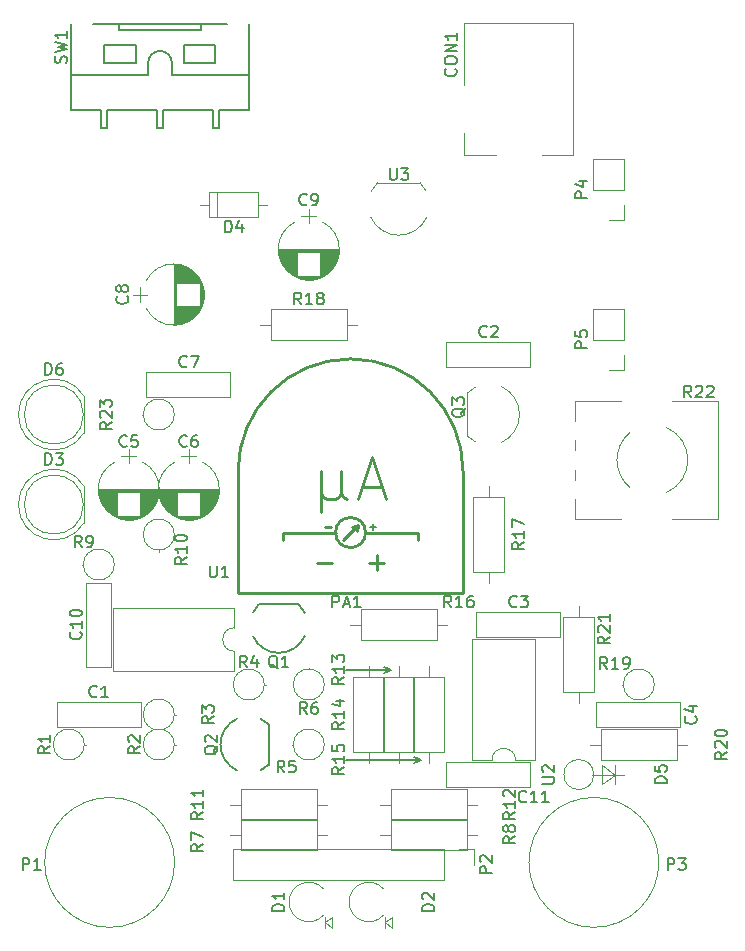
<source format=gbr>
G04 #@! TF.FileFunction,Legend,Top*
%FSLAX46Y46*%
G04 Gerber Fmt 4.6, Leading zero omitted, Abs format (unit mm)*
G04 Created by KiCad (PCBNEW 4.0.7-e2-6376~58~ubuntu16.04.1) date Mon Jan 29 21:47:02 2018*
%MOMM*%
%LPD*%
G01*
G04 APERTURE LIST*
%ADD10C,0.100000*%
%ADD11C,0.200000*%
%ADD12C,0.120000*%
%ADD13C,0.150000*%
%ADD14C,0.250000*%
G04 APERTURE END LIST*
D10*
D11*
X159385000Y-110490000D02*
X158750000Y-110744000D01*
X159385000Y-110490000D02*
X158750000Y-110236000D01*
X153035000Y-110490000D02*
X159385000Y-110490000D01*
X156845000Y-102870000D02*
X156210000Y-103124000D01*
X156845000Y-102870000D02*
X156210000Y-102616000D01*
X153035000Y-102870000D02*
X156845000Y-102870000D01*
D12*
X151170000Y-104140000D02*
G75*
G03X151170000Y-104140000I-1310000J0D01*
G01*
X149860000Y-102830000D02*
X149860000Y-102700000D01*
D13*
X149507695Y-98063010D02*
G75*
G03X149020000Y-97360000I-2187695J-996990D01*
G01*
X145132305Y-98063010D02*
G75*
G02X145620000Y-97360000I2187695J-996990D01*
G01*
X149020000Y-97360000D02*
X145620000Y-97360000D01*
X149504879Y-100053127D02*
G75*
G02X147320000Y-101460000I-2184879J993127D01*
G01*
X145135121Y-100053127D02*
G75*
G03X147320000Y-101460000I2184879J993127D01*
G01*
D12*
X180121982Y-82367568D02*
G75*
G02X180123000Y-87892000I-1171982J-2762432D01*
G01*
X177021705Y-87427753D02*
G75*
G02X177022000Y-82832000I1928295J2297753D01*
G01*
X172390000Y-80169000D02*
X176256000Y-80169000D01*
X180645000Y-80169000D02*
X184510000Y-80169000D01*
X172390000Y-90090000D02*
X176256000Y-90090000D01*
X180645000Y-90090000D02*
X184510000Y-90090000D01*
X172390000Y-80169000D02*
X172390000Y-81805000D01*
X172390000Y-83455000D02*
X172390000Y-84305000D01*
X172390000Y-85955000D02*
X172390000Y-86805000D01*
X172390000Y-88455000D02*
X172390000Y-90090000D01*
X184510000Y-80169000D02*
X184510000Y-90090000D01*
D13*
X145776990Y-111407695D02*
G75*
G03X146480000Y-110920000I-996990J2187695D01*
G01*
X145776990Y-107032305D02*
G75*
G02X146480000Y-107520000I-996990J-2187695D01*
G01*
X146480000Y-110920000D02*
X146480000Y-107520000D01*
X143786873Y-111404879D02*
G75*
G02X142380000Y-109220000I993127J2184879D01*
G01*
X143786873Y-107035121D02*
G75*
G03X142380000Y-109220000I993127J-2184879D01*
G01*
D12*
X135799723Y-89915722D02*
G75*
G03X135800000Y-85304420I-1179723J2305722D01*
G01*
X133440277Y-89915722D02*
G75*
G02X133440000Y-85304420I1179723J2305722D01*
G01*
X133440277Y-89915722D02*
G75*
G03X135800000Y-89915580I1179723J2305722D01*
G01*
X137170000Y-87610000D02*
X132070000Y-87610000D01*
X137170000Y-87650000D02*
X132070000Y-87650000D01*
X137169000Y-87690000D02*
X132071000Y-87690000D01*
X137168000Y-87730000D02*
X132072000Y-87730000D01*
X137166000Y-87770000D02*
X132074000Y-87770000D01*
X137163000Y-87810000D02*
X132077000Y-87810000D01*
X137159000Y-87850000D02*
X132081000Y-87850000D01*
X137155000Y-87890000D02*
X135600000Y-87890000D01*
X133640000Y-87890000D02*
X132085000Y-87890000D01*
X137151000Y-87930000D02*
X135600000Y-87930000D01*
X133640000Y-87930000D02*
X132089000Y-87930000D01*
X137145000Y-87970000D02*
X135600000Y-87970000D01*
X133640000Y-87970000D02*
X132095000Y-87970000D01*
X137139000Y-88010000D02*
X135600000Y-88010000D01*
X133640000Y-88010000D02*
X132101000Y-88010000D01*
X137133000Y-88050000D02*
X135600000Y-88050000D01*
X133640000Y-88050000D02*
X132107000Y-88050000D01*
X137126000Y-88090000D02*
X135600000Y-88090000D01*
X133640000Y-88090000D02*
X132114000Y-88090000D01*
X137118000Y-88130000D02*
X135600000Y-88130000D01*
X133640000Y-88130000D02*
X132122000Y-88130000D01*
X137109000Y-88170000D02*
X135600000Y-88170000D01*
X133640000Y-88170000D02*
X132131000Y-88170000D01*
X137100000Y-88210000D02*
X135600000Y-88210000D01*
X133640000Y-88210000D02*
X132140000Y-88210000D01*
X137090000Y-88250000D02*
X135600000Y-88250000D01*
X133640000Y-88250000D02*
X132150000Y-88250000D01*
X137080000Y-88290000D02*
X135600000Y-88290000D01*
X133640000Y-88290000D02*
X132160000Y-88290000D01*
X137068000Y-88331000D02*
X135600000Y-88331000D01*
X133640000Y-88331000D02*
X132172000Y-88331000D01*
X137056000Y-88371000D02*
X135600000Y-88371000D01*
X133640000Y-88371000D02*
X132184000Y-88371000D01*
X137044000Y-88411000D02*
X135600000Y-88411000D01*
X133640000Y-88411000D02*
X132196000Y-88411000D01*
X137030000Y-88451000D02*
X135600000Y-88451000D01*
X133640000Y-88451000D02*
X132210000Y-88451000D01*
X137016000Y-88491000D02*
X135600000Y-88491000D01*
X133640000Y-88491000D02*
X132224000Y-88491000D01*
X137002000Y-88531000D02*
X135600000Y-88531000D01*
X133640000Y-88531000D02*
X132238000Y-88531000D01*
X136986000Y-88571000D02*
X135600000Y-88571000D01*
X133640000Y-88571000D02*
X132254000Y-88571000D01*
X136970000Y-88611000D02*
X135600000Y-88611000D01*
X133640000Y-88611000D02*
X132270000Y-88611000D01*
X136953000Y-88651000D02*
X135600000Y-88651000D01*
X133640000Y-88651000D02*
X132287000Y-88651000D01*
X136935000Y-88691000D02*
X135600000Y-88691000D01*
X133640000Y-88691000D02*
X132305000Y-88691000D01*
X136916000Y-88731000D02*
X135600000Y-88731000D01*
X133640000Y-88731000D02*
X132324000Y-88731000D01*
X136896000Y-88771000D02*
X135600000Y-88771000D01*
X133640000Y-88771000D02*
X132344000Y-88771000D01*
X136876000Y-88811000D02*
X135600000Y-88811000D01*
X133640000Y-88811000D02*
X132364000Y-88811000D01*
X136854000Y-88851000D02*
X135600000Y-88851000D01*
X133640000Y-88851000D02*
X132386000Y-88851000D01*
X136832000Y-88891000D02*
X135600000Y-88891000D01*
X133640000Y-88891000D02*
X132408000Y-88891000D01*
X136809000Y-88931000D02*
X135600000Y-88931000D01*
X133640000Y-88931000D02*
X132431000Y-88931000D01*
X136785000Y-88971000D02*
X135600000Y-88971000D01*
X133640000Y-88971000D02*
X132455000Y-88971000D01*
X136760000Y-89011000D02*
X135600000Y-89011000D01*
X133640000Y-89011000D02*
X132480000Y-89011000D01*
X136733000Y-89051000D02*
X135600000Y-89051000D01*
X133640000Y-89051000D02*
X132507000Y-89051000D01*
X136706000Y-89091000D02*
X135600000Y-89091000D01*
X133640000Y-89091000D02*
X132534000Y-89091000D01*
X136678000Y-89131000D02*
X135600000Y-89131000D01*
X133640000Y-89131000D02*
X132562000Y-89131000D01*
X136648000Y-89171000D02*
X135600000Y-89171000D01*
X133640000Y-89171000D02*
X132592000Y-89171000D01*
X136617000Y-89211000D02*
X135600000Y-89211000D01*
X133640000Y-89211000D02*
X132623000Y-89211000D01*
X136585000Y-89251000D02*
X135600000Y-89251000D01*
X133640000Y-89251000D02*
X132655000Y-89251000D01*
X136552000Y-89291000D02*
X135600000Y-89291000D01*
X133640000Y-89291000D02*
X132688000Y-89291000D01*
X136517000Y-89331000D02*
X135600000Y-89331000D01*
X133640000Y-89331000D02*
X132723000Y-89331000D01*
X136481000Y-89371000D02*
X135600000Y-89371000D01*
X133640000Y-89371000D02*
X132759000Y-89371000D01*
X136443000Y-89411000D02*
X135600000Y-89411000D01*
X133640000Y-89411000D02*
X132797000Y-89411000D01*
X136403000Y-89451000D02*
X135600000Y-89451000D01*
X133640000Y-89451000D02*
X132837000Y-89451000D01*
X136362000Y-89491000D02*
X135600000Y-89491000D01*
X133640000Y-89491000D02*
X132878000Y-89491000D01*
X136319000Y-89531000D02*
X135600000Y-89531000D01*
X133640000Y-89531000D02*
X132921000Y-89531000D01*
X136274000Y-89571000D02*
X135600000Y-89571000D01*
X133640000Y-89571000D02*
X132966000Y-89571000D01*
X136226000Y-89611000D02*
X135600000Y-89611000D01*
X133640000Y-89611000D02*
X133014000Y-89611000D01*
X136176000Y-89651000D02*
X135600000Y-89651000D01*
X133640000Y-89651000D02*
X133064000Y-89651000D01*
X136124000Y-89691000D02*
X135600000Y-89691000D01*
X133640000Y-89691000D02*
X133116000Y-89691000D01*
X136068000Y-89731000D02*
X135600000Y-89731000D01*
X133640000Y-89731000D02*
X133172000Y-89731000D01*
X136010000Y-89771000D02*
X135600000Y-89771000D01*
X133640000Y-89771000D02*
X133230000Y-89771000D01*
X135947000Y-89811000D02*
X135600000Y-89811000D01*
X133640000Y-89811000D02*
X133293000Y-89811000D01*
X135881000Y-89851000D02*
X133359000Y-89851000D01*
X135809000Y-89891000D02*
X133431000Y-89891000D01*
X135732000Y-89931000D02*
X133508000Y-89931000D01*
X135648000Y-89971000D02*
X133592000Y-89971000D01*
X135554000Y-90011000D02*
X133686000Y-90011000D01*
X135449000Y-90051000D02*
X133791000Y-90051000D01*
X135327000Y-90091000D02*
X133913000Y-90091000D01*
X135179000Y-90131000D02*
X134061000Y-90131000D01*
X134974000Y-90171000D02*
X134266000Y-90171000D01*
X134620000Y-84160000D02*
X134620000Y-85360000D01*
X135270000Y-84760000D02*
X133970000Y-84760000D01*
X140879723Y-89915722D02*
G75*
G03X140880000Y-85304420I-1179723J2305722D01*
G01*
X138520277Y-89915722D02*
G75*
G02X138520000Y-85304420I1179723J2305722D01*
G01*
X138520277Y-89915722D02*
G75*
G03X140880000Y-89915580I1179723J2305722D01*
G01*
X142250000Y-87610000D02*
X137150000Y-87610000D01*
X142250000Y-87650000D02*
X137150000Y-87650000D01*
X142249000Y-87690000D02*
X137151000Y-87690000D01*
X142248000Y-87730000D02*
X137152000Y-87730000D01*
X142246000Y-87770000D02*
X137154000Y-87770000D01*
X142243000Y-87810000D02*
X137157000Y-87810000D01*
X142239000Y-87850000D02*
X137161000Y-87850000D01*
X142235000Y-87890000D02*
X140680000Y-87890000D01*
X138720000Y-87890000D02*
X137165000Y-87890000D01*
X142231000Y-87930000D02*
X140680000Y-87930000D01*
X138720000Y-87930000D02*
X137169000Y-87930000D01*
X142225000Y-87970000D02*
X140680000Y-87970000D01*
X138720000Y-87970000D02*
X137175000Y-87970000D01*
X142219000Y-88010000D02*
X140680000Y-88010000D01*
X138720000Y-88010000D02*
X137181000Y-88010000D01*
X142213000Y-88050000D02*
X140680000Y-88050000D01*
X138720000Y-88050000D02*
X137187000Y-88050000D01*
X142206000Y-88090000D02*
X140680000Y-88090000D01*
X138720000Y-88090000D02*
X137194000Y-88090000D01*
X142198000Y-88130000D02*
X140680000Y-88130000D01*
X138720000Y-88130000D02*
X137202000Y-88130000D01*
X142189000Y-88170000D02*
X140680000Y-88170000D01*
X138720000Y-88170000D02*
X137211000Y-88170000D01*
X142180000Y-88210000D02*
X140680000Y-88210000D01*
X138720000Y-88210000D02*
X137220000Y-88210000D01*
X142170000Y-88250000D02*
X140680000Y-88250000D01*
X138720000Y-88250000D02*
X137230000Y-88250000D01*
X142160000Y-88290000D02*
X140680000Y-88290000D01*
X138720000Y-88290000D02*
X137240000Y-88290000D01*
X142148000Y-88331000D02*
X140680000Y-88331000D01*
X138720000Y-88331000D02*
X137252000Y-88331000D01*
X142136000Y-88371000D02*
X140680000Y-88371000D01*
X138720000Y-88371000D02*
X137264000Y-88371000D01*
X142124000Y-88411000D02*
X140680000Y-88411000D01*
X138720000Y-88411000D02*
X137276000Y-88411000D01*
X142110000Y-88451000D02*
X140680000Y-88451000D01*
X138720000Y-88451000D02*
X137290000Y-88451000D01*
X142096000Y-88491000D02*
X140680000Y-88491000D01*
X138720000Y-88491000D02*
X137304000Y-88491000D01*
X142082000Y-88531000D02*
X140680000Y-88531000D01*
X138720000Y-88531000D02*
X137318000Y-88531000D01*
X142066000Y-88571000D02*
X140680000Y-88571000D01*
X138720000Y-88571000D02*
X137334000Y-88571000D01*
X142050000Y-88611000D02*
X140680000Y-88611000D01*
X138720000Y-88611000D02*
X137350000Y-88611000D01*
X142033000Y-88651000D02*
X140680000Y-88651000D01*
X138720000Y-88651000D02*
X137367000Y-88651000D01*
X142015000Y-88691000D02*
X140680000Y-88691000D01*
X138720000Y-88691000D02*
X137385000Y-88691000D01*
X141996000Y-88731000D02*
X140680000Y-88731000D01*
X138720000Y-88731000D02*
X137404000Y-88731000D01*
X141976000Y-88771000D02*
X140680000Y-88771000D01*
X138720000Y-88771000D02*
X137424000Y-88771000D01*
X141956000Y-88811000D02*
X140680000Y-88811000D01*
X138720000Y-88811000D02*
X137444000Y-88811000D01*
X141934000Y-88851000D02*
X140680000Y-88851000D01*
X138720000Y-88851000D02*
X137466000Y-88851000D01*
X141912000Y-88891000D02*
X140680000Y-88891000D01*
X138720000Y-88891000D02*
X137488000Y-88891000D01*
X141889000Y-88931000D02*
X140680000Y-88931000D01*
X138720000Y-88931000D02*
X137511000Y-88931000D01*
X141865000Y-88971000D02*
X140680000Y-88971000D01*
X138720000Y-88971000D02*
X137535000Y-88971000D01*
X141840000Y-89011000D02*
X140680000Y-89011000D01*
X138720000Y-89011000D02*
X137560000Y-89011000D01*
X141813000Y-89051000D02*
X140680000Y-89051000D01*
X138720000Y-89051000D02*
X137587000Y-89051000D01*
X141786000Y-89091000D02*
X140680000Y-89091000D01*
X138720000Y-89091000D02*
X137614000Y-89091000D01*
X141758000Y-89131000D02*
X140680000Y-89131000D01*
X138720000Y-89131000D02*
X137642000Y-89131000D01*
X141728000Y-89171000D02*
X140680000Y-89171000D01*
X138720000Y-89171000D02*
X137672000Y-89171000D01*
X141697000Y-89211000D02*
X140680000Y-89211000D01*
X138720000Y-89211000D02*
X137703000Y-89211000D01*
X141665000Y-89251000D02*
X140680000Y-89251000D01*
X138720000Y-89251000D02*
X137735000Y-89251000D01*
X141632000Y-89291000D02*
X140680000Y-89291000D01*
X138720000Y-89291000D02*
X137768000Y-89291000D01*
X141597000Y-89331000D02*
X140680000Y-89331000D01*
X138720000Y-89331000D02*
X137803000Y-89331000D01*
X141561000Y-89371000D02*
X140680000Y-89371000D01*
X138720000Y-89371000D02*
X137839000Y-89371000D01*
X141523000Y-89411000D02*
X140680000Y-89411000D01*
X138720000Y-89411000D02*
X137877000Y-89411000D01*
X141483000Y-89451000D02*
X140680000Y-89451000D01*
X138720000Y-89451000D02*
X137917000Y-89451000D01*
X141442000Y-89491000D02*
X140680000Y-89491000D01*
X138720000Y-89491000D02*
X137958000Y-89491000D01*
X141399000Y-89531000D02*
X140680000Y-89531000D01*
X138720000Y-89531000D02*
X138001000Y-89531000D01*
X141354000Y-89571000D02*
X140680000Y-89571000D01*
X138720000Y-89571000D02*
X138046000Y-89571000D01*
X141306000Y-89611000D02*
X140680000Y-89611000D01*
X138720000Y-89611000D02*
X138094000Y-89611000D01*
X141256000Y-89651000D02*
X140680000Y-89651000D01*
X138720000Y-89651000D02*
X138144000Y-89651000D01*
X141204000Y-89691000D02*
X140680000Y-89691000D01*
X138720000Y-89691000D02*
X138196000Y-89691000D01*
X141148000Y-89731000D02*
X140680000Y-89731000D01*
X138720000Y-89731000D02*
X138252000Y-89731000D01*
X141090000Y-89771000D02*
X140680000Y-89771000D01*
X138720000Y-89771000D02*
X138310000Y-89771000D01*
X141027000Y-89811000D02*
X140680000Y-89811000D01*
X138720000Y-89811000D02*
X138373000Y-89811000D01*
X140961000Y-89851000D02*
X138439000Y-89851000D01*
X140889000Y-89891000D02*
X138511000Y-89891000D01*
X140812000Y-89931000D02*
X138588000Y-89931000D01*
X140728000Y-89971000D02*
X138672000Y-89971000D01*
X140634000Y-90011000D02*
X138766000Y-90011000D01*
X140529000Y-90051000D02*
X138871000Y-90051000D01*
X140407000Y-90091000D02*
X138993000Y-90091000D01*
X140259000Y-90131000D02*
X139141000Y-90131000D01*
X140054000Y-90171000D02*
X139346000Y-90171000D01*
X139700000Y-84160000D02*
X139700000Y-85360000D01*
X140350000Y-84760000D02*
X139050000Y-84760000D01*
X140715722Y-69940277D02*
G75*
G03X136104420Y-69940000I-2305722J-1179723D01*
G01*
X140715722Y-72299723D02*
G75*
G02X136104420Y-72300000I-2305722J1179723D01*
G01*
X140715722Y-72299723D02*
G75*
G03X140715580Y-69940000I-2305722J1179723D01*
G01*
X138410000Y-68570000D02*
X138410000Y-73670000D01*
X138450000Y-68570000D02*
X138450000Y-73670000D01*
X138490000Y-68571000D02*
X138490000Y-73669000D01*
X138530000Y-68572000D02*
X138530000Y-73668000D01*
X138570000Y-68574000D02*
X138570000Y-73666000D01*
X138610000Y-68577000D02*
X138610000Y-73663000D01*
X138650000Y-68581000D02*
X138650000Y-73659000D01*
X138690000Y-68585000D02*
X138690000Y-70140000D01*
X138690000Y-72100000D02*
X138690000Y-73655000D01*
X138730000Y-68589000D02*
X138730000Y-70140000D01*
X138730000Y-72100000D02*
X138730000Y-73651000D01*
X138770000Y-68595000D02*
X138770000Y-70140000D01*
X138770000Y-72100000D02*
X138770000Y-73645000D01*
X138810000Y-68601000D02*
X138810000Y-70140000D01*
X138810000Y-72100000D02*
X138810000Y-73639000D01*
X138850000Y-68607000D02*
X138850000Y-70140000D01*
X138850000Y-72100000D02*
X138850000Y-73633000D01*
X138890000Y-68614000D02*
X138890000Y-70140000D01*
X138890000Y-72100000D02*
X138890000Y-73626000D01*
X138930000Y-68622000D02*
X138930000Y-70140000D01*
X138930000Y-72100000D02*
X138930000Y-73618000D01*
X138970000Y-68631000D02*
X138970000Y-70140000D01*
X138970000Y-72100000D02*
X138970000Y-73609000D01*
X139010000Y-68640000D02*
X139010000Y-70140000D01*
X139010000Y-72100000D02*
X139010000Y-73600000D01*
X139050000Y-68650000D02*
X139050000Y-70140000D01*
X139050000Y-72100000D02*
X139050000Y-73590000D01*
X139090000Y-68660000D02*
X139090000Y-70140000D01*
X139090000Y-72100000D02*
X139090000Y-73580000D01*
X139131000Y-68672000D02*
X139131000Y-70140000D01*
X139131000Y-72100000D02*
X139131000Y-73568000D01*
X139171000Y-68684000D02*
X139171000Y-70140000D01*
X139171000Y-72100000D02*
X139171000Y-73556000D01*
X139211000Y-68696000D02*
X139211000Y-70140000D01*
X139211000Y-72100000D02*
X139211000Y-73544000D01*
X139251000Y-68710000D02*
X139251000Y-70140000D01*
X139251000Y-72100000D02*
X139251000Y-73530000D01*
X139291000Y-68724000D02*
X139291000Y-70140000D01*
X139291000Y-72100000D02*
X139291000Y-73516000D01*
X139331000Y-68738000D02*
X139331000Y-70140000D01*
X139331000Y-72100000D02*
X139331000Y-73502000D01*
X139371000Y-68754000D02*
X139371000Y-70140000D01*
X139371000Y-72100000D02*
X139371000Y-73486000D01*
X139411000Y-68770000D02*
X139411000Y-70140000D01*
X139411000Y-72100000D02*
X139411000Y-73470000D01*
X139451000Y-68787000D02*
X139451000Y-70140000D01*
X139451000Y-72100000D02*
X139451000Y-73453000D01*
X139491000Y-68805000D02*
X139491000Y-70140000D01*
X139491000Y-72100000D02*
X139491000Y-73435000D01*
X139531000Y-68824000D02*
X139531000Y-70140000D01*
X139531000Y-72100000D02*
X139531000Y-73416000D01*
X139571000Y-68844000D02*
X139571000Y-70140000D01*
X139571000Y-72100000D02*
X139571000Y-73396000D01*
X139611000Y-68864000D02*
X139611000Y-70140000D01*
X139611000Y-72100000D02*
X139611000Y-73376000D01*
X139651000Y-68886000D02*
X139651000Y-70140000D01*
X139651000Y-72100000D02*
X139651000Y-73354000D01*
X139691000Y-68908000D02*
X139691000Y-70140000D01*
X139691000Y-72100000D02*
X139691000Y-73332000D01*
X139731000Y-68931000D02*
X139731000Y-70140000D01*
X139731000Y-72100000D02*
X139731000Y-73309000D01*
X139771000Y-68955000D02*
X139771000Y-70140000D01*
X139771000Y-72100000D02*
X139771000Y-73285000D01*
X139811000Y-68980000D02*
X139811000Y-70140000D01*
X139811000Y-72100000D02*
X139811000Y-73260000D01*
X139851000Y-69007000D02*
X139851000Y-70140000D01*
X139851000Y-72100000D02*
X139851000Y-73233000D01*
X139891000Y-69034000D02*
X139891000Y-70140000D01*
X139891000Y-72100000D02*
X139891000Y-73206000D01*
X139931000Y-69062000D02*
X139931000Y-70140000D01*
X139931000Y-72100000D02*
X139931000Y-73178000D01*
X139971000Y-69092000D02*
X139971000Y-70140000D01*
X139971000Y-72100000D02*
X139971000Y-73148000D01*
X140011000Y-69123000D02*
X140011000Y-70140000D01*
X140011000Y-72100000D02*
X140011000Y-73117000D01*
X140051000Y-69155000D02*
X140051000Y-70140000D01*
X140051000Y-72100000D02*
X140051000Y-73085000D01*
X140091000Y-69188000D02*
X140091000Y-70140000D01*
X140091000Y-72100000D02*
X140091000Y-73052000D01*
X140131000Y-69223000D02*
X140131000Y-70140000D01*
X140131000Y-72100000D02*
X140131000Y-73017000D01*
X140171000Y-69259000D02*
X140171000Y-70140000D01*
X140171000Y-72100000D02*
X140171000Y-72981000D01*
X140211000Y-69297000D02*
X140211000Y-70140000D01*
X140211000Y-72100000D02*
X140211000Y-72943000D01*
X140251000Y-69337000D02*
X140251000Y-70140000D01*
X140251000Y-72100000D02*
X140251000Y-72903000D01*
X140291000Y-69378000D02*
X140291000Y-70140000D01*
X140291000Y-72100000D02*
X140291000Y-72862000D01*
X140331000Y-69421000D02*
X140331000Y-70140000D01*
X140331000Y-72100000D02*
X140331000Y-72819000D01*
X140371000Y-69466000D02*
X140371000Y-70140000D01*
X140371000Y-72100000D02*
X140371000Y-72774000D01*
X140411000Y-69514000D02*
X140411000Y-70140000D01*
X140411000Y-72100000D02*
X140411000Y-72726000D01*
X140451000Y-69564000D02*
X140451000Y-70140000D01*
X140451000Y-72100000D02*
X140451000Y-72676000D01*
X140491000Y-69616000D02*
X140491000Y-70140000D01*
X140491000Y-72100000D02*
X140491000Y-72624000D01*
X140531000Y-69672000D02*
X140531000Y-70140000D01*
X140531000Y-72100000D02*
X140531000Y-72568000D01*
X140571000Y-69730000D02*
X140571000Y-70140000D01*
X140571000Y-72100000D02*
X140571000Y-72510000D01*
X140611000Y-69793000D02*
X140611000Y-70140000D01*
X140611000Y-72100000D02*
X140611000Y-72447000D01*
X140651000Y-69859000D02*
X140651000Y-72381000D01*
X140691000Y-69931000D02*
X140691000Y-72309000D01*
X140731000Y-70008000D02*
X140731000Y-72232000D01*
X140771000Y-70092000D02*
X140771000Y-72148000D01*
X140811000Y-70186000D02*
X140811000Y-72054000D01*
X140851000Y-70291000D02*
X140851000Y-71949000D01*
X140891000Y-70413000D02*
X140891000Y-71827000D01*
X140931000Y-70561000D02*
X140931000Y-71679000D01*
X140971000Y-70766000D02*
X140971000Y-71474000D01*
X134960000Y-71120000D02*
X136160000Y-71120000D01*
X135560000Y-70470000D02*
X135560000Y-71770000D01*
X151039723Y-69595722D02*
G75*
G03X151040000Y-64984420I-1179723J2305722D01*
G01*
X148680277Y-69595722D02*
G75*
G02X148680000Y-64984420I1179723J2305722D01*
G01*
X148680277Y-69595722D02*
G75*
G03X151040000Y-69595580I1179723J2305722D01*
G01*
X152410000Y-67290000D02*
X147310000Y-67290000D01*
X152410000Y-67330000D02*
X147310000Y-67330000D01*
X152409000Y-67370000D02*
X147311000Y-67370000D01*
X152408000Y-67410000D02*
X147312000Y-67410000D01*
X152406000Y-67450000D02*
X147314000Y-67450000D01*
X152403000Y-67490000D02*
X147317000Y-67490000D01*
X152399000Y-67530000D02*
X147321000Y-67530000D01*
X152395000Y-67570000D02*
X150840000Y-67570000D01*
X148880000Y-67570000D02*
X147325000Y-67570000D01*
X152391000Y-67610000D02*
X150840000Y-67610000D01*
X148880000Y-67610000D02*
X147329000Y-67610000D01*
X152385000Y-67650000D02*
X150840000Y-67650000D01*
X148880000Y-67650000D02*
X147335000Y-67650000D01*
X152379000Y-67690000D02*
X150840000Y-67690000D01*
X148880000Y-67690000D02*
X147341000Y-67690000D01*
X152373000Y-67730000D02*
X150840000Y-67730000D01*
X148880000Y-67730000D02*
X147347000Y-67730000D01*
X152366000Y-67770000D02*
X150840000Y-67770000D01*
X148880000Y-67770000D02*
X147354000Y-67770000D01*
X152358000Y-67810000D02*
X150840000Y-67810000D01*
X148880000Y-67810000D02*
X147362000Y-67810000D01*
X152349000Y-67850000D02*
X150840000Y-67850000D01*
X148880000Y-67850000D02*
X147371000Y-67850000D01*
X152340000Y-67890000D02*
X150840000Y-67890000D01*
X148880000Y-67890000D02*
X147380000Y-67890000D01*
X152330000Y-67930000D02*
X150840000Y-67930000D01*
X148880000Y-67930000D02*
X147390000Y-67930000D01*
X152320000Y-67970000D02*
X150840000Y-67970000D01*
X148880000Y-67970000D02*
X147400000Y-67970000D01*
X152308000Y-68011000D02*
X150840000Y-68011000D01*
X148880000Y-68011000D02*
X147412000Y-68011000D01*
X152296000Y-68051000D02*
X150840000Y-68051000D01*
X148880000Y-68051000D02*
X147424000Y-68051000D01*
X152284000Y-68091000D02*
X150840000Y-68091000D01*
X148880000Y-68091000D02*
X147436000Y-68091000D01*
X152270000Y-68131000D02*
X150840000Y-68131000D01*
X148880000Y-68131000D02*
X147450000Y-68131000D01*
X152256000Y-68171000D02*
X150840000Y-68171000D01*
X148880000Y-68171000D02*
X147464000Y-68171000D01*
X152242000Y-68211000D02*
X150840000Y-68211000D01*
X148880000Y-68211000D02*
X147478000Y-68211000D01*
X152226000Y-68251000D02*
X150840000Y-68251000D01*
X148880000Y-68251000D02*
X147494000Y-68251000D01*
X152210000Y-68291000D02*
X150840000Y-68291000D01*
X148880000Y-68291000D02*
X147510000Y-68291000D01*
X152193000Y-68331000D02*
X150840000Y-68331000D01*
X148880000Y-68331000D02*
X147527000Y-68331000D01*
X152175000Y-68371000D02*
X150840000Y-68371000D01*
X148880000Y-68371000D02*
X147545000Y-68371000D01*
X152156000Y-68411000D02*
X150840000Y-68411000D01*
X148880000Y-68411000D02*
X147564000Y-68411000D01*
X152136000Y-68451000D02*
X150840000Y-68451000D01*
X148880000Y-68451000D02*
X147584000Y-68451000D01*
X152116000Y-68491000D02*
X150840000Y-68491000D01*
X148880000Y-68491000D02*
X147604000Y-68491000D01*
X152094000Y-68531000D02*
X150840000Y-68531000D01*
X148880000Y-68531000D02*
X147626000Y-68531000D01*
X152072000Y-68571000D02*
X150840000Y-68571000D01*
X148880000Y-68571000D02*
X147648000Y-68571000D01*
X152049000Y-68611000D02*
X150840000Y-68611000D01*
X148880000Y-68611000D02*
X147671000Y-68611000D01*
X152025000Y-68651000D02*
X150840000Y-68651000D01*
X148880000Y-68651000D02*
X147695000Y-68651000D01*
X152000000Y-68691000D02*
X150840000Y-68691000D01*
X148880000Y-68691000D02*
X147720000Y-68691000D01*
X151973000Y-68731000D02*
X150840000Y-68731000D01*
X148880000Y-68731000D02*
X147747000Y-68731000D01*
X151946000Y-68771000D02*
X150840000Y-68771000D01*
X148880000Y-68771000D02*
X147774000Y-68771000D01*
X151918000Y-68811000D02*
X150840000Y-68811000D01*
X148880000Y-68811000D02*
X147802000Y-68811000D01*
X151888000Y-68851000D02*
X150840000Y-68851000D01*
X148880000Y-68851000D02*
X147832000Y-68851000D01*
X151857000Y-68891000D02*
X150840000Y-68891000D01*
X148880000Y-68891000D02*
X147863000Y-68891000D01*
X151825000Y-68931000D02*
X150840000Y-68931000D01*
X148880000Y-68931000D02*
X147895000Y-68931000D01*
X151792000Y-68971000D02*
X150840000Y-68971000D01*
X148880000Y-68971000D02*
X147928000Y-68971000D01*
X151757000Y-69011000D02*
X150840000Y-69011000D01*
X148880000Y-69011000D02*
X147963000Y-69011000D01*
X151721000Y-69051000D02*
X150840000Y-69051000D01*
X148880000Y-69051000D02*
X147999000Y-69051000D01*
X151683000Y-69091000D02*
X150840000Y-69091000D01*
X148880000Y-69091000D02*
X148037000Y-69091000D01*
X151643000Y-69131000D02*
X150840000Y-69131000D01*
X148880000Y-69131000D02*
X148077000Y-69131000D01*
X151602000Y-69171000D02*
X150840000Y-69171000D01*
X148880000Y-69171000D02*
X148118000Y-69171000D01*
X151559000Y-69211000D02*
X150840000Y-69211000D01*
X148880000Y-69211000D02*
X148161000Y-69211000D01*
X151514000Y-69251000D02*
X150840000Y-69251000D01*
X148880000Y-69251000D02*
X148206000Y-69251000D01*
X151466000Y-69291000D02*
X150840000Y-69291000D01*
X148880000Y-69291000D02*
X148254000Y-69291000D01*
X151416000Y-69331000D02*
X150840000Y-69331000D01*
X148880000Y-69331000D02*
X148304000Y-69331000D01*
X151364000Y-69371000D02*
X150840000Y-69371000D01*
X148880000Y-69371000D02*
X148356000Y-69371000D01*
X151308000Y-69411000D02*
X150840000Y-69411000D01*
X148880000Y-69411000D02*
X148412000Y-69411000D01*
X151250000Y-69451000D02*
X150840000Y-69451000D01*
X148880000Y-69451000D02*
X148470000Y-69451000D01*
X151187000Y-69491000D02*
X150840000Y-69491000D01*
X148880000Y-69491000D02*
X148533000Y-69491000D01*
X151121000Y-69531000D02*
X148599000Y-69531000D01*
X151049000Y-69571000D02*
X148671000Y-69571000D01*
X150972000Y-69611000D02*
X148748000Y-69611000D01*
X150888000Y-69651000D02*
X148832000Y-69651000D01*
X150794000Y-69691000D02*
X148926000Y-69691000D01*
X150689000Y-69731000D02*
X149031000Y-69731000D01*
X150567000Y-69771000D02*
X149153000Y-69771000D01*
X150419000Y-69811000D02*
X149301000Y-69811000D01*
X150214000Y-69851000D02*
X149506000Y-69851000D01*
X149860000Y-63840000D02*
X149860000Y-65040000D01*
X150510000Y-64440000D02*
X149210000Y-64440000D01*
X141450000Y-62440000D02*
X141450000Y-64560000D01*
X141450000Y-64560000D02*
X145570000Y-64560000D01*
X145570000Y-64560000D02*
X145570000Y-62440000D01*
X145570000Y-62440000D02*
X141450000Y-62440000D01*
X140680000Y-63500000D02*
X141450000Y-63500000D01*
X146340000Y-63500000D02*
X145570000Y-63500000D01*
X142110000Y-62440000D02*
X142110000Y-64560000D01*
X176590000Y-59630000D02*
X173930000Y-59630000D01*
X176590000Y-62230000D02*
X176590000Y-59630000D01*
X173930000Y-62230000D02*
X173930000Y-59630000D01*
X176590000Y-62230000D02*
X173930000Y-62230000D01*
X176590000Y-63500000D02*
X176590000Y-64830000D01*
X176590000Y-64830000D02*
X175260000Y-64830000D01*
X150530000Y-118150000D02*
X150530000Y-115530000D01*
X150530000Y-115530000D02*
X144110000Y-115530000D01*
X144110000Y-115530000D02*
X144110000Y-118150000D01*
X144110000Y-118150000D02*
X150530000Y-118150000D01*
X151420000Y-116840000D02*
X150530000Y-116840000D01*
X143220000Y-116840000D02*
X144110000Y-116840000D01*
X156810000Y-115530000D02*
X156810000Y-118150000D01*
X156810000Y-118150000D02*
X163230000Y-118150000D01*
X163230000Y-118150000D02*
X163230000Y-115530000D01*
X163230000Y-115530000D02*
X156810000Y-115530000D01*
X155920000Y-116840000D02*
X156810000Y-116840000D01*
X164120000Y-116840000D02*
X163230000Y-116840000D01*
X150530000Y-115610000D02*
X150530000Y-112990000D01*
X150530000Y-112990000D02*
X144110000Y-112990000D01*
X144110000Y-112990000D02*
X144110000Y-115610000D01*
X144110000Y-115610000D02*
X150530000Y-115610000D01*
X151420000Y-114300000D02*
X150530000Y-114300000D01*
X143220000Y-114300000D02*
X144110000Y-114300000D01*
X156810000Y-112990000D02*
X156810000Y-115610000D01*
X156810000Y-115610000D02*
X163230000Y-115610000D01*
X163230000Y-115610000D02*
X163230000Y-112990000D01*
X163230000Y-112990000D02*
X156810000Y-112990000D01*
X155920000Y-114300000D02*
X156810000Y-114300000D01*
X164120000Y-114300000D02*
X163230000Y-114300000D01*
X166410000Y-88230000D02*
X163790000Y-88230000D01*
X163790000Y-88230000D02*
X163790000Y-94650000D01*
X163790000Y-94650000D02*
X166410000Y-94650000D01*
X166410000Y-94650000D02*
X166410000Y-88230000D01*
X165100000Y-87340000D02*
X165100000Y-88230000D01*
X165100000Y-95540000D02*
X165100000Y-94650000D01*
X174030000Y-98390000D02*
X171410000Y-98390000D01*
X171410000Y-98390000D02*
X171410000Y-104810000D01*
X171410000Y-104810000D02*
X174030000Y-104810000D01*
X174030000Y-104810000D02*
X174030000Y-98390000D01*
X172720000Y-97500000D02*
X172720000Y-98390000D01*
X172720000Y-105700000D02*
X172720000Y-104810000D01*
X176590000Y-72330000D02*
X173930000Y-72330000D01*
X176590000Y-74930000D02*
X176590000Y-72330000D01*
X173930000Y-74930000D02*
X173930000Y-72330000D01*
X176590000Y-74930000D02*
X173930000Y-74930000D01*
X176590000Y-76200000D02*
X176590000Y-77530000D01*
X176590000Y-77530000D02*
X175260000Y-77530000D01*
X159280000Y-61650000D02*
X155680000Y-61650000D01*
X159804184Y-62377205D02*
G75*
G03X159280000Y-61650000I-2324184J-1122795D01*
G01*
X159836400Y-64598807D02*
G75*
G02X157480000Y-66100000I-2356400J1098807D01*
G01*
X155123600Y-64598807D02*
G75*
G03X157480000Y-66100000I2356400J1098807D01*
G01*
X155155816Y-62377205D02*
G75*
G02X155680000Y-61650000I2324184J-1122795D01*
G01*
X163250000Y-79480000D02*
X163250000Y-83080000D01*
X163977205Y-78955816D02*
G75*
G03X163250000Y-79480000I1122795J-2324184D01*
G01*
X166198807Y-78923600D02*
G75*
G02X167700000Y-81280000I-1098807J-2356400D01*
G01*
X166198807Y-83636400D02*
G75*
G03X167700000Y-81280000I-1098807J2356400D01*
G01*
X163977205Y-83604184D02*
G75*
G02X163250000Y-83080000I1122795J2324184D01*
G01*
X135680000Y-107740000D02*
X128560000Y-107740000D01*
X135680000Y-105620000D02*
X128560000Y-105620000D01*
X135680000Y-107740000D02*
X135680000Y-105620000D01*
X128560000Y-107740000D02*
X128560000Y-105620000D01*
X161500000Y-75140000D02*
X168620000Y-75140000D01*
X161500000Y-77260000D02*
X168620000Y-77260000D01*
X161500000Y-75140000D02*
X161500000Y-77260000D01*
X168620000Y-75140000D02*
X168620000Y-77260000D01*
X164040000Y-98000000D02*
X171160000Y-98000000D01*
X164040000Y-100120000D02*
X171160000Y-100120000D01*
X164040000Y-98000000D02*
X164040000Y-100120000D01*
X171160000Y-98000000D02*
X171160000Y-100120000D01*
X174200000Y-105620000D02*
X181320000Y-105620000D01*
X174200000Y-107740000D02*
X181320000Y-107740000D01*
X174200000Y-105620000D02*
X174200000Y-107740000D01*
X181320000Y-105620000D02*
X181320000Y-107740000D01*
X136100000Y-77680000D02*
X143220000Y-77680000D01*
X136100000Y-79800000D02*
X143220000Y-79800000D01*
X136100000Y-77680000D02*
X136100000Y-79800000D01*
X143220000Y-77680000D02*
X143220000Y-79800000D01*
X143570000Y-101330000D02*
G75*
G02X143570000Y-99330000I0J1000000D01*
G01*
X143570000Y-99330000D02*
X143570000Y-97680000D01*
X143570000Y-97680000D02*
X133290000Y-97680000D01*
X133290000Y-97680000D02*
X133290000Y-102980000D01*
X133290000Y-102980000D02*
X143570000Y-102980000D01*
X143570000Y-102980000D02*
X143570000Y-101330000D01*
X165370000Y-110550000D02*
G75*
G02X167370000Y-110550000I1000000J0D01*
G01*
X167370000Y-110550000D02*
X169020000Y-110550000D01*
X169020000Y-110550000D02*
X169020000Y-100270000D01*
X169020000Y-100270000D02*
X163720000Y-100270000D01*
X163720000Y-100270000D02*
X163720000Y-110550000D01*
X163720000Y-110550000D02*
X165370000Y-110550000D01*
X131020000Y-102660000D02*
X131020000Y-95540000D01*
X133140000Y-102660000D02*
X133140000Y-95540000D01*
X131020000Y-102660000D02*
X133140000Y-102660000D01*
X131020000Y-95540000D02*
X133140000Y-95540000D01*
X161500000Y-110700000D02*
X168620000Y-110700000D01*
X161500000Y-112820000D02*
X168620000Y-112820000D01*
X161500000Y-110700000D02*
X161500000Y-112820000D01*
X168620000Y-110700000D02*
X168620000Y-112820000D01*
X138500000Y-119200000D02*
G75*
G03X138500000Y-119200000I-5500000J0D01*
G01*
X179500000Y-119200000D02*
G75*
G03X179500000Y-119200000I-5500000J0D01*
G01*
D13*
X144760000Y-55500000D02*
X142260000Y-55500000D01*
X132260000Y-55500000D02*
X129760000Y-55500000D01*
X136260000Y-52500000D02*
X129760000Y-52500000D01*
X144760000Y-52500000D02*
X138260000Y-52500000D01*
X135260000Y-50000000D02*
X132560000Y-50000000D01*
X135260000Y-51500000D02*
X132560000Y-51500000D01*
X141960000Y-50000000D02*
X139260000Y-50000000D01*
X141960000Y-51500000D02*
X139260000Y-51500000D01*
X142960000Y-48200000D02*
X131560000Y-48200000D01*
X129760000Y-55500000D02*
X129760000Y-48200000D01*
X144760000Y-55500000D02*
X144760000Y-48200000D01*
X137510000Y-55500000D02*
X141760000Y-55500000D01*
X137010000Y-55500000D02*
X132760000Y-55500000D01*
X137510000Y-57000000D02*
X137010000Y-57000000D01*
X137010000Y-57000000D02*
X137010000Y-55500000D01*
X137510000Y-55500000D02*
X137510000Y-57000000D01*
X142260000Y-57000000D02*
X142260000Y-55500000D01*
X142260000Y-57000000D02*
X141760000Y-57000000D01*
X141760000Y-57000000D02*
X141760000Y-55500000D01*
X132760000Y-55500000D02*
X132760000Y-57000000D01*
X132760000Y-57000000D02*
X132260000Y-57000000D01*
X132260000Y-57000000D02*
X132260000Y-55500000D01*
X133760000Y-48200000D02*
X133760000Y-48700000D01*
X133760000Y-48700000D02*
X140760000Y-48700000D01*
X140760000Y-48700000D02*
X140760000Y-48200000D01*
X141960000Y-50000000D02*
X141960000Y-51500000D01*
X139260000Y-51500000D02*
X139260000Y-50000000D01*
X132560000Y-51500000D02*
X132560000Y-50000000D01*
X135260000Y-50000000D02*
X135260000Y-51500000D01*
X136260000Y-52500000D02*
X136260000Y-51500000D01*
X138260000Y-52500000D02*
X138260000Y-51500000D01*
X137260000Y-50500000D02*
G75*
G03X136260000Y-51500000I0J-1000000D01*
G01*
X138260000Y-51500000D02*
G75*
G03X137260000Y-50500000I-1000000J0D01*
G01*
D12*
X130850000Y-109220000D02*
G75*
G03X130850000Y-109220000I-1310000J0D01*
G01*
X130850000Y-109220000D02*
X130980000Y-109220000D01*
X138470000Y-109220000D02*
G75*
G03X138470000Y-109220000I-1310000J0D01*
G01*
X138470000Y-109220000D02*
X138600000Y-109220000D01*
X138470000Y-106680000D02*
G75*
G03X138470000Y-106680000I-1310000J0D01*
G01*
X138470000Y-106680000D02*
X138600000Y-106680000D01*
X146090000Y-104140000D02*
G75*
G03X146090000Y-104140000I-1310000J0D01*
G01*
X146090000Y-104140000D02*
X146220000Y-104140000D01*
X151170000Y-109220000D02*
G75*
G03X151170000Y-109220000I-1310000J0D01*
G01*
X148550000Y-109220000D02*
X148420000Y-109220000D01*
X156170000Y-109890000D02*
X158790000Y-109890000D01*
X158790000Y-109890000D02*
X158790000Y-103470000D01*
X158790000Y-103470000D02*
X156170000Y-103470000D01*
X156170000Y-103470000D02*
X156170000Y-109890000D01*
X157480000Y-110780000D02*
X157480000Y-109890000D01*
X157480000Y-102580000D02*
X157480000Y-103470000D01*
X153630000Y-109890000D02*
X156250000Y-109890000D01*
X156250000Y-109890000D02*
X156250000Y-103470000D01*
X156250000Y-103470000D02*
X153630000Y-103470000D01*
X153630000Y-103470000D02*
X153630000Y-109890000D01*
X154940000Y-110780000D02*
X154940000Y-109890000D01*
X154940000Y-102580000D02*
X154940000Y-103470000D01*
X154270000Y-97750000D02*
X154270000Y-100370000D01*
X154270000Y-100370000D02*
X160690000Y-100370000D01*
X160690000Y-100370000D02*
X160690000Y-97750000D01*
X160690000Y-97750000D02*
X154270000Y-97750000D01*
X153380000Y-99060000D02*
X154270000Y-99060000D01*
X161580000Y-99060000D02*
X160690000Y-99060000D01*
X125280000Y-88899538D02*
G75*
G03X130830000Y-90444830I2990000J-462D01*
G01*
X125280000Y-88900462D02*
G75*
G02X130830000Y-87355170I2990000J462D01*
G01*
X130770000Y-88900000D02*
G75*
G03X130770000Y-88900000I-2500000J0D01*
G01*
X130830000Y-90445000D02*
X130830000Y-87355000D01*
X125280000Y-81279538D02*
G75*
G03X130830000Y-82824830I2990000J-462D01*
G01*
X125280000Y-81280462D02*
G75*
G02X130830000Y-79735170I2990000J462D01*
G01*
X130770000Y-81280000D02*
G75*
G03X130770000Y-81280000I-2500000J0D01*
G01*
X130830000Y-82825000D02*
X130830000Y-79735000D01*
X133390000Y-93980000D02*
G75*
G03X133390000Y-93980000I-1310000J0D01*
G01*
X130770000Y-93980000D02*
X130640000Y-93980000D01*
X138470000Y-91440000D02*
G75*
G03X138470000Y-91440000I-1310000J0D01*
G01*
X137160000Y-92750000D02*
X137160000Y-92880000D01*
X179110000Y-104140000D02*
G75*
G03X179110000Y-104140000I-1310000J0D01*
G01*
X176490000Y-104140000D02*
X176360000Y-104140000D01*
X138470000Y-81280000D02*
G75*
G03X138470000Y-81280000I-1310000J0D01*
G01*
X135850000Y-81280000D02*
X135720000Y-81280000D01*
X158710000Y-109890000D02*
X161330000Y-109890000D01*
X161330000Y-109890000D02*
X161330000Y-103470000D01*
X161330000Y-103470000D02*
X158710000Y-103470000D01*
X158710000Y-103470000D02*
X158710000Y-109890000D01*
X160020000Y-110780000D02*
X160020000Y-109890000D01*
X160020000Y-102580000D02*
X160020000Y-103470000D01*
D14*
X150550000Y-93820000D02*
X151820000Y-93820000D01*
X155615000Y-93185000D02*
X155615000Y-94455000D01*
X154980000Y-93820000D02*
X156250000Y-93820000D01*
X151749000Y-90762000D02*
X151241000Y-90762000D01*
D13*
X155305000Y-90508000D02*
X155305000Y-91016000D01*
X155051000Y-90762000D02*
X155559000Y-90762000D01*
D14*
X147685000Y-91270000D02*
X147685000Y-91905000D01*
X152130000Y-91270000D02*
X147685000Y-91270000D01*
X154670000Y-91270000D02*
X159115000Y-91270000D01*
X159115000Y-91270000D02*
X159115000Y-91905000D01*
X154035000Y-90635000D02*
X153908000Y-91143000D01*
X154035000Y-90635000D02*
X153527000Y-90762000D01*
X152765000Y-91905000D02*
X154035000Y-90635000D01*
X154670000Y-91270000D02*
G75*
G03X154670000Y-91270000I-1270000J0D01*
G01*
X143875000Y-96350000D02*
X143875000Y-86095000D01*
X162925000Y-86095000D02*
X162925000Y-96350000D01*
X153400000Y-76570000D02*
G75*
G03X143875000Y-86095000I0J-9525000D01*
G01*
X162925000Y-86095000D02*
G75*
G03X153400000Y-76570000I-9525000J0D01*
G01*
X143875000Y-96350000D02*
X162925000Y-96350000D01*
D12*
X153070000Y-74970000D02*
X153070000Y-72350000D01*
X153070000Y-72350000D02*
X146650000Y-72350000D01*
X146650000Y-72350000D02*
X146650000Y-74970000D01*
X146650000Y-74970000D02*
X153070000Y-74970000D01*
X153960000Y-73660000D02*
X153070000Y-73660000D01*
X145760000Y-73660000D02*
X146650000Y-73660000D01*
X163040000Y-53420000D02*
X163040000Y-48120000D01*
X163040000Y-48120000D02*
X172240000Y-48120000D01*
X165740000Y-59320000D02*
X163040000Y-59320000D01*
X163040000Y-59320000D02*
X163040000Y-57420000D01*
X172240000Y-48120000D02*
X172240000Y-59320000D01*
X172240000Y-59320000D02*
X169640000Y-59320000D01*
X176533629Y-111760000D02*
X173820000Y-111760000D01*
X175793333Y-112560000D02*
X175793333Y-110960000D01*
X175793333Y-111760000D02*
X174726667Y-112560000D01*
X174726667Y-112560000D02*
X174726667Y-110960000D01*
X174726667Y-110960000D02*
X175793333Y-111760000D01*
X173986371Y-111760000D02*
G75*
G03X173986371Y-111760000I-1266371J0D01*
G01*
X174590000Y-107910000D02*
X174590000Y-110530000D01*
X174590000Y-110530000D02*
X181010000Y-110530000D01*
X181010000Y-110530000D02*
X181010000Y-107910000D01*
X181010000Y-107910000D02*
X174590000Y-107910000D01*
X173700000Y-109220000D02*
X174590000Y-109220000D01*
X181900000Y-109220000D02*
X181010000Y-109220000D01*
X161290000Y-118050000D02*
X143450000Y-118050000D01*
X143450000Y-118050000D02*
X143450000Y-120710000D01*
X143450000Y-120710000D02*
X161290000Y-120710000D01*
X161290000Y-120710000D02*
X161290000Y-118050000D01*
X162560000Y-118050000D02*
X163890000Y-118050000D01*
X163890000Y-118050000D02*
X163890000Y-119380000D01*
X151257000Y-123835000D02*
X151257000Y-124724000D01*
X151257000Y-124279500D02*
X151849667Y-123835000D01*
X151849667Y-123835000D02*
X151849667Y-124724000D01*
X151849667Y-124724000D02*
X151257000Y-124279500D01*
X151087400Y-123688505D02*
G75*
G02X151117516Y-121455000I-1227400J1133505D01*
G01*
X156337000Y-123835000D02*
X156337000Y-124724000D01*
X156337000Y-124279500D02*
X156929667Y-123835000D01*
X156929667Y-123835000D02*
X156929667Y-124724000D01*
X156929667Y-124724000D02*
X156337000Y-124279500D01*
X156167400Y-123688505D02*
G75*
G02X156197516Y-121455000I-1227400J1133505D01*
G01*
D13*
X149693334Y-106624381D02*
X149360000Y-106148190D01*
X149121905Y-106624381D02*
X149121905Y-105624381D01*
X149502858Y-105624381D01*
X149598096Y-105672000D01*
X149645715Y-105719619D01*
X149693334Y-105814857D01*
X149693334Y-105957714D01*
X149645715Y-106052952D01*
X149598096Y-106100571D01*
X149502858Y-106148190D01*
X149121905Y-106148190D01*
X150550477Y-105624381D02*
X150360000Y-105624381D01*
X150264762Y-105672000D01*
X150217143Y-105719619D01*
X150121905Y-105862476D01*
X150074286Y-106052952D01*
X150074286Y-106433905D01*
X150121905Y-106529143D01*
X150169524Y-106576762D01*
X150264762Y-106624381D01*
X150455239Y-106624381D01*
X150550477Y-106576762D01*
X150598096Y-106529143D01*
X150645715Y-106433905D01*
X150645715Y-106195810D01*
X150598096Y-106100571D01*
X150550477Y-106052952D01*
X150455239Y-106005333D01*
X150264762Y-106005333D01*
X150169524Y-106052952D01*
X150121905Y-106100571D01*
X150074286Y-106195810D01*
X147224762Y-102782619D02*
X147129524Y-102735000D01*
X147034286Y-102639762D01*
X146891429Y-102496905D01*
X146796190Y-102449286D01*
X146700952Y-102449286D01*
X146748571Y-102687381D02*
X146653333Y-102639762D01*
X146558095Y-102544524D01*
X146510476Y-102354048D01*
X146510476Y-102020714D01*
X146558095Y-101830238D01*
X146653333Y-101735000D01*
X146748571Y-101687381D01*
X146939048Y-101687381D01*
X147034286Y-101735000D01*
X147129524Y-101830238D01*
X147177143Y-102020714D01*
X147177143Y-102354048D01*
X147129524Y-102544524D01*
X147034286Y-102639762D01*
X146939048Y-102687381D01*
X146748571Y-102687381D01*
X148129524Y-102687381D02*
X147558095Y-102687381D01*
X147843809Y-102687381D02*
X147843809Y-101687381D01*
X147748571Y-101830238D01*
X147653333Y-101925476D01*
X147558095Y-101973095D01*
X182237143Y-79827381D02*
X181903809Y-79351190D01*
X181665714Y-79827381D02*
X181665714Y-78827381D01*
X182046667Y-78827381D01*
X182141905Y-78875000D01*
X182189524Y-78922619D01*
X182237143Y-79017857D01*
X182237143Y-79160714D01*
X182189524Y-79255952D01*
X182141905Y-79303571D01*
X182046667Y-79351190D01*
X181665714Y-79351190D01*
X182618095Y-78922619D02*
X182665714Y-78875000D01*
X182760952Y-78827381D01*
X182999048Y-78827381D01*
X183094286Y-78875000D01*
X183141905Y-78922619D01*
X183189524Y-79017857D01*
X183189524Y-79113095D01*
X183141905Y-79255952D01*
X182570476Y-79827381D01*
X183189524Y-79827381D01*
X183570476Y-78922619D02*
X183618095Y-78875000D01*
X183713333Y-78827381D01*
X183951429Y-78827381D01*
X184046667Y-78875000D01*
X184094286Y-78922619D01*
X184141905Y-79017857D01*
X184141905Y-79113095D01*
X184094286Y-79255952D01*
X183522857Y-79827381D01*
X184141905Y-79827381D01*
X142152619Y-109315238D02*
X142105000Y-109410476D01*
X142009762Y-109505714D01*
X141866905Y-109648571D01*
X141819286Y-109743810D01*
X141819286Y-109839048D01*
X142057381Y-109791429D02*
X142009762Y-109886667D01*
X141914524Y-109981905D01*
X141724048Y-110029524D01*
X141390714Y-110029524D01*
X141200238Y-109981905D01*
X141105000Y-109886667D01*
X141057381Y-109791429D01*
X141057381Y-109600952D01*
X141105000Y-109505714D01*
X141200238Y-109410476D01*
X141390714Y-109362857D01*
X141724048Y-109362857D01*
X141914524Y-109410476D01*
X142009762Y-109505714D01*
X142057381Y-109600952D01*
X142057381Y-109791429D01*
X141152619Y-108981905D02*
X141105000Y-108934286D01*
X141057381Y-108839048D01*
X141057381Y-108600952D01*
X141105000Y-108505714D01*
X141152619Y-108458095D01*
X141247857Y-108410476D01*
X141343095Y-108410476D01*
X141485952Y-108458095D01*
X142057381Y-109029524D01*
X142057381Y-108410476D01*
X134453334Y-83923143D02*
X134405715Y-83970762D01*
X134262858Y-84018381D01*
X134167620Y-84018381D01*
X134024762Y-83970762D01*
X133929524Y-83875524D01*
X133881905Y-83780286D01*
X133834286Y-83589810D01*
X133834286Y-83446952D01*
X133881905Y-83256476D01*
X133929524Y-83161238D01*
X134024762Y-83066000D01*
X134167620Y-83018381D01*
X134262858Y-83018381D01*
X134405715Y-83066000D01*
X134453334Y-83113619D01*
X135358096Y-83018381D02*
X134881905Y-83018381D01*
X134834286Y-83494571D01*
X134881905Y-83446952D01*
X134977143Y-83399333D01*
X135215239Y-83399333D01*
X135310477Y-83446952D01*
X135358096Y-83494571D01*
X135405715Y-83589810D01*
X135405715Y-83827905D01*
X135358096Y-83923143D01*
X135310477Y-83970762D01*
X135215239Y-84018381D01*
X134977143Y-84018381D01*
X134881905Y-83970762D01*
X134834286Y-83923143D01*
X139533334Y-83923143D02*
X139485715Y-83970762D01*
X139342858Y-84018381D01*
X139247620Y-84018381D01*
X139104762Y-83970762D01*
X139009524Y-83875524D01*
X138961905Y-83780286D01*
X138914286Y-83589810D01*
X138914286Y-83446952D01*
X138961905Y-83256476D01*
X139009524Y-83161238D01*
X139104762Y-83066000D01*
X139247620Y-83018381D01*
X139342858Y-83018381D01*
X139485715Y-83066000D01*
X139533334Y-83113619D01*
X140390477Y-83018381D02*
X140200000Y-83018381D01*
X140104762Y-83066000D01*
X140057143Y-83113619D01*
X139961905Y-83256476D01*
X139914286Y-83446952D01*
X139914286Y-83827905D01*
X139961905Y-83923143D01*
X140009524Y-83970762D01*
X140104762Y-84018381D01*
X140295239Y-84018381D01*
X140390477Y-83970762D01*
X140438096Y-83923143D01*
X140485715Y-83827905D01*
X140485715Y-83589810D01*
X140438096Y-83494571D01*
X140390477Y-83446952D01*
X140295239Y-83399333D01*
X140104762Y-83399333D01*
X140009524Y-83446952D01*
X139961905Y-83494571D01*
X139914286Y-83589810D01*
X134469143Y-71286666D02*
X134516762Y-71334285D01*
X134564381Y-71477142D01*
X134564381Y-71572380D01*
X134516762Y-71715238D01*
X134421524Y-71810476D01*
X134326286Y-71858095D01*
X134135810Y-71905714D01*
X133992952Y-71905714D01*
X133802476Y-71858095D01*
X133707238Y-71810476D01*
X133612000Y-71715238D01*
X133564381Y-71572380D01*
X133564381Y-71477142D01*
X133612000Y-71334285D01*
X133659619Y-71286666D01*
X133992952Y-70715238D02*
X133945333Y-70810476D01*
X133897714Y-70858095D01*
X133802476Y-70905714D01*
X133754857Y-70905714D01*
X133659619Y-70858095D01*
X133612000Y-70810476D01*
X133564381Y-70715238D01*
X133564381Y-70524761D01*
X133612000Y-70429523D01*
X133659619Y-70381904D01*
X133754857Y-70334285D01*
X133802476Y-70334285D01*
X133897714Y-70381904D01*
X133945333Y-70429523D01*
X133992952Y-70524761D01*
X133992952Y-70715238D01*
X134040571Y-70810476D01*
X134088190Y-70858095D01*
X134183429Y-70905714D01*
X134373905Y-70905714D01*
X134469143Y-70858095D01*
X134516762Y-70810476D01*
X134564381Y-70715238D01*
X134564381Y-70524761D01*
X134516762Y-70429523D01*
X134469143Y-70381904D01*
X134373905Y-70334285D01*
X134183429Y-70334285D01*
X134088190Y-70381904D01*
X134040571Y-70429523D01*
X133992952Y-70524761D01*
X149693334Y-63476143D02*
X149645715Y-63523762D01*
X149502858Y-63571381D01*
X149407620Y-63571381D01*
X149264762Y-63523762D01*
X149169524Y-63428524D01*
X149121905Y-63333286D01*
X149074286Y-63142810D01*
X149074286Y-62999952D01*
X149121905Y-62809476D01*
X149169524Y-62714238D01*
X149264762Y-62619000D01*
X149407620Y-62571381D01*
X149502858Y-62571381D01*
X149645715Y-62619000D01*
X149693334Y-62666619D01*
X150169524Y-63571381D02*
X150360000Y-63571381D01*
X150455239Y-63523762D01*
X150502858Y-63476143D01*
X150598096Y-63333286D01*
X150645715Y-63142810D01*
X150645715Y-62761857D01*
X150598096Y-62666619D01*
X150550477Y-62619000D01*
X150455239Y-62571381D01*
X150264762Y-62571381D01*
X150169524Y-62619000D01*
X150121905Y-62666619D01*
X150074286Y-62761857D01*
X150074286Y-62999952D01*
X150121905Y-63095190D01*
X150169524Y-63142810D01*
X150264762Y-63190429D01*
X150455239Y-63190429D01*
X150550477Y-63142810D01*
X150598096Y-63095190D01*
X150645715Y-62999952D01*
X142771905Y-65857381D02*
X142771905Y-64857381D01*
X143010000Y-64857381D01*
X143152858Y-64905000D01*
X143248096Y-65000238D01*
X143295715Y-65095476D01*
X143343334Y-65285952D01*
X143343334Y-65428810D01*
X143295715Y-65619286D01*
X143248096Y-65714524D01*
X143152858Y-65809762D01*
X143010000Y-65857381D01*
X142771905Y-65857381D01*
X144200477Y-65190714D02*
X144200477Y-65857381D01*
X143962381Y-64809762D02*
X143724286Y-65524048D01*
X144343334Y-65524048D01*
X173426381Y-62968095D02*
X172426381Y-62968095D01*
X172426381Y-62587142D01*
X172474000Y-62491904D01*
X172521619Y-62444285D01*
X172616857Y-62396666D01*
X172759714Y-62396666D01*
X172854952Y-62444285D01*
X172902571Y-62491904D01*
X172950190Y-62587142D01*
X172950190Y-62968095D01*
X172759714Y-61539523D02*
X173426381Y-61539523D01*
X172378762Y-61777619D02*
X173093048Y-62015714D01*
X173093048Y-61396666D01*
X140914381Y-117641666D02*
X140438190Y-117975000D01*
X140914381Y-118213095D02*
X139914381Y-118213095D01*
X139914381Y-117832142D01*
X139962000Y-117736904D01*
X140009619Y-117689285D01*
X140104857Y-117641666D01*
X140247714Y-117641666D01*
X140342952Y-117689285D01*
X140390571Y-117736904D01*
X140438190Y-117832142D01*
X140438190Y-118213095D01*
X139914381Y-117308333D02*
X139914381Y-116641666D01*
X140914381Y-117070238D01*
X167330381Y-117006666D02*
X166854190Y-117340000D01*
X167330381Y-117578095D02*
X166330381Y-117578095D01*
X166330381Y-117197142D01*
X166378000Y-117101904D01*
X166425619Y-117054285D01*
X166520857Y-117006666D01*
X166663714Y-117006666D01*
X166758952Y-117054285D01*
X166806571Y-117101904D01*
X166854190Y-117197142D01*
X166854190Y-117578095D01*
X166758952Y-116435238D02*
X166711333Y-116530476D01*
X166663714Y-116578095D01*
X166568476Y-116625714D01*
X166520857Y-116625714D01*
X166425619Y-116578095D01*
X166378000Y-116530476D01*
X166330381Y-116435238D01*
X166330381Y-116244761D01*
X166378000Y-116149523D01*
X166425619Y-116101904D01*
X166520857Y-116054285D01*
X166568476Y-116054285D01*
X166663714Y-116101904D01*
X166711333Y-116149523D01*
X166758952Y-116244761D01*
X166758952Y-116435238D01*
X166806571Y-116530476D01*
X166854190Y-116578095D01*
X166949429Y-116625714D01*
X167139905Y-116625714D01*
X167235143Y-116578095D01*
X167282762Y-116530476D01*
X167330381Y-116435238D01*
X167330381Y-116244761D01*
X167282762Y-116149523D01*
X167235143Y-116101904D01*
X167139905Y-116054285D01*
X166949429Y-116054285D01*
X166854190Y-116101904D01*
X166806571Y-116149523D01*
X166758952Y-116244761D01*
X140914381Y-114942857D02*
X140438190Y-115276191D01*
X140914381Y-115514286D02*
X139914381Y-115514286D01*
X139914381Y-115133333D01*
X139962000Y-115038095D01*
X140009619Y-114990476D01*
X140104857Y-114942857D01*
X140247714Y-114942857D01*
X140342952Y-114990476D01*
X140390571Y-115038095D01*
X140438190Y-115133333D01*
X140438190Y-115514286D01*
X140914381Y-113990476D02*
X140914381Y-114561905D01*
X140914381Y-114276191D02*
X139914381Y-114276191D01*
X140057238Y-114371429D01*
X140152476Y-114466667D01*
X140200095Y-114561905D01*
X140914381Y-113038095D02*
X140914381Y-113609524D01*
X140914381Y-113323810D02*
X139914381Y-113323810D01*
X140057238Y-113419048D01*
X140152476Y-113514286D01*
X140200095Y-113609524D01*
X167330381Y-114942857D02*
X166854190Y-115276191D01*
X167330381Y-115514286D02*
X166330381Y-115514286D01*
X166330381Y-115133333D01*
X166378000Y-115038095D01*
X166425619Y-114990476D01*
X166520857Y-114942857D01*
X166663714Y-114942857D01*
X166758952Y-114990476D01*
X166806571Y-115038095D01*
X166854190Y-115133333D01*
X166854190Y-115514286D01*
X167330381Y-113990476D02*
X167330381Y-114561905D01*
X167330381Y-114276191D02*
X166330381Y-114276191D01*
X166473238Y-114371429D01*
X166568476Y-114466667D01*
X166616095Y-114561905D01*
X166425619Y-113609524D02*
X166378000Y-113561905D01*
X166330381Y-113466667D01*
X166330381Y-113228571D01*
X166378000Y-113133333D01*
X166425619Y-113085714D01*
X166520857Y-113038095D01*
X166616095Y-113038095D01*
X166758952Y-113085714D01*
X167330381Y-113657143D01*
X167330381Y-113038095D01*
X168092381Y-92082857D02*
X167616190Y-92416191D01*
X168092381Y-92654286D02*
X167092381Y-92654286D01*
X167092381Y-92273333D01*
X167140000Y-92178095D01*
X167187619Y-92130476D01*
X167282857Y-92082857D01*
X167425714Y-92082857D01*
X167520952Y-92130476D01*
X167568571Y-92178095D01*
X167616190Y-92273333D01*
X167616190Y-92654286D01*
X168092381Y-91130476D02*
X168092381Y-91701905D01*
X168092381Y-91416191D02*
X167092381Y-91416191D01*
X167235238Y-91511429D01*
X167330476Y-91606667D01*
X167378095Y-91701905D01*
X167092381Y-90797143D02*
X167092381Y-90130476D01*
X168092381Y-90559048D01*
X175331381Y-100083857D02*
X174855190Y-100417191D01*
X175331381Y-100655286D02*
X174331381Y-100655286D01*
X174331381Y-100274333D01*
X174379000Y-100179095D01*
X174426619Y-100131476D01*
X174521857Y-100083857D01*
X174664714Y-100083857D01*
X174759952Y-100131476D01*
X174807571Y-100179095D01*
X174855190Y-100274333D01*
X174855190Y-100655286D01*
X174426619Y-99702905D02*
X174379000Y-99655286D01*
X174331381Y-99560048D01*
X174331381Y-99321952D01*
X174379000Y-99226714D01*
X174426619Y-99179095D01*
X174521857Y-99131476D01*
X174617095Y-99131476D01*
X174759952Y-99179095D01*
X175331381Y-99750524D01*
X175331381Y-99131476D01*
X175331381Y-98179095D02*
X175331381Y-98750524D01*
X175331381Y-98464810D02*
X174331381Y-98464810D01*
X174474238Y-98560048D01*
X174569476Y-98655286D01*
X174617095Y-98750524D01*
X173426381Y-75668095D02*
X172426381Y-75668095D01*
X172426381Y-75287142D01*
X172474000Y-75191904D01*
X172521619Y-75144285D01*
X172616857Y-75096666D01*
X172759714Y-75096666D01*
X172854952Y-75144285D01*
X172902571Y-75191904D01*
X172950190Y-75287142D01*
X172950190Y-75668095D01*
X172426381Y-74191904D02*
X172426381Y-74668095D01*
X172902571Y-74715714D01*
X172854952Y-74668095D01*
X172807333Y-74572857D01*
X172807333Y-74334761D01*
X172854952Y-74239523D01*
X172902571Y-74191904D01*
X172997810Y-74144285D01*
X173235905Y-74144285D01*
X173331143Y-74191904D01*
X173378762Y-74239523D01*
X173426381Y-74334761D01*
X173426381Y-74572857D01*
X173378762Y-74668095D01*
X173331143Y-74715714D01*
X156718095Y-60412381D02*
X156718095Y-61221905D01*
X156765714Y-61317143D01*
X156813333Y-61364762D01*
X156908571Y-61412381D01*
X157099048Y-61412381D01*
X157194286Y-61364762D01*
X157241905Y-61317143D01*
X157289524Y-61221905D01*
X157289524Y-60412381D01*
X157670476Y-60412381D02*
X158289524Y-60412381D01*
X157956190Y-60793333D01*
X158099048Y-60793333D01*
X158194286Y-60840952D01*
X158241905Y-60888571D01*
X158289524Y-60983810D01*
X158289524Y-61221905D01*
X158241905Y-61317143D01*
X158194286Y-61364762D01*
X158099048Y-61412381D01*
X157813333Y-61412381D01*
X157718095Y-61364762D01*
X157670476Y-61317143D01*
X163107619Y-80740238D02*
X163060000Y-80835476D01*
X162964762Y-80930714D01*
X162821905Y-81073571D01*
X162774286Y-81168810D01*
X162774286Y-81264048D01*
X163012381Y-81216429D02*
X162964762Y-81311667D01*
X162869524Y-81406905D01*
X162679048Y-81454524D01*
X162345714Y-81454524D01*
X162155238Y-81406905D01*
X162060000Y-81311667D01*
X162012381Y-81216429D01*
X162012381Y-81025952D01*
X162060000Y-80930714D01*
X162155238Y-80835476D01*
X162345714Y-80787857D01*
X162679048Y-80787857D01*
X162869524Y-80835476D01*
X162964762Y-80930714D01*
X163012381Y-81025952D01*
X163012381Y-81216429D01*
X162012381Y-80454524D02*
X162012381Y-79835476D01*
X162393333Y-80168810D01*
X162393333Y-80025952D01*
X162440952Y-79930714D01*
X162488571Y-79883095D01*
X162583810Y-79835476D01*
X162821905Y-79835476D01*
X162917143Y-79883095D01*
X162964762Y-79930714D01*
X163012381Y-80025952D01*
X163012381Y-80311667D01*
X162964762Y-80406905D01*
X162917143Y-80454524D01*
X131913334Y-105132143D02*
X131865715Y-105179762D01*
X131722858Y-105227381D01*
X131627620Y-105227381D01*
X131484762Y-105179762D01*
X131389524Y-105084524D01*
X131341905Y-104989286D01*
X131294286Y-104798810D01*
X131294286Y-104655952D01*
X131341905Y-104465476D01*
X131389524Y-104370238D01*
X131484762Y-104275000D01*
X131627620Y-104227381D01*
X131722858Y-104227381D01*
X131865715Y-104275000D01*
X131913334Y-104322619D01*
X132865715Y-105227381D02*
X132294286Y-105227381D01*
X132580000Y-105227381D02*
X132580000Y-104227381D01*
X132484762Y-104370238D01*
X132389524Y-104465476D01*
X132294286Y-104513095D01*
X164933334Y-74652143D02*
X164885715Y-74699762D01*
X164742858Y-74747381D01*
X164647620Y-74747381D01*
X164504762Y-74699762D01*
X164409524Y-74604524D01*
X164361905Y-74509286D01*
X164314286Y-74318810D01*
X164314286Y-74175952D01*
X164361905Y-73985476D01*
X164409524Y-73890238D01*
X164504762Y-73795000D01*
X164647620Y-73747381D01*
X164742858Y-73747381D01*
X164885715Y-73795000D01*
X164933334Y-73842619D01*
X165314286Y-73842619D02*
X165361905Y-73795000D01*
X165457143Y-73747381D01*
X165695239Y-73747381D01*
X165790477Y-73795000D01*
X165838096Y-73842619D01*
X165885715Y-73937857D01*
X165885715Y-74033095D01*
X165838096Y-74175952D01*
X165266667Y-74747381D01*
X165885715Y-74747381D01*
X167473334Y-97512143D02*
X167425715Y-97559762D01*
X167282858Y-97607381D01*
X167187620Y-97607381D01*
X167044762Y-97559762D01*
X166949524Y-97464524D01*
X166901905Y-97369286D01*
X166854286Y-97178810D01*
X166854286Y-97035952D01*
X166901905Y-96845476D01*
X166949524Y-96750238D01*
X167044762Y-96655000D01*
X167187620Y-96607381D01*
X167282858Y-96607381D01*
X167425715Y-96655000D01*
X167473334Y-96702619D01*
X167806667Y-96607381D02*
X168425715Y-96607381D01*
X168092381Y-96988333D01*
X168235239Y-96988333D01*
X168330477Y-97035952D01*
X168378096Y-97083571D01*
X168425715Y-97178810D01*
X168425715Y-97416905D01*
X168378096Y-97512143D01*
X168330477Y-97559762D01*
X168235239Y-97607381D01*
X167949524Y-97607381D01*
X167854286Y-97559762D01*
X167806667Y-97512143D01*
X182602143Y-106846666D02*
X182649762Y-106894285D01*
X182697381Y-107037142D01*
X182697381Y-107132380D01*
X182649762Y-107275238D01*
X182554524Y-107370476D01*
X182459286Y-107418095D01*
X182268810Y-107465714D01*
X182125952Y-107465714D01*
X181935476Y-107418095D01*
X181840238Y-107370476D01*
X181745000Y-107275238D01*
X181697381Y-107132380D01*
X181697381Y-107037142D01*
X181745000Y-106894285D01*
X181792619Y-106846666D01*
X182030714Y-105989523D02*
X182697381Y-105989523D01*
X181649762Y-106227619D02*
X182364048Y-106465714D01*
X182364048Y-105846666D01*
X139533334Y-77192143D02*
X139485715Y-77239762D01*
X139342858Y-77287381D01*
X139247620Y-77287381D01*
X139104762Y-77239762D01*
X139009524Y-77144524D01*
X138961905Y-77049286D01*
X138914286Y-76858810D01*
X138914286Y-76715952D01*
X138961905Y-76525476D01*
X139009524Y-76430238D01*
X139104762Y-76335000D01*
X139247620Y-76287381D01*
X139342858Y-76287381D01*
X139485715Y-76335000D01*
X139533334Y-76382619D01*
X139866667Y-76287381D02*
X140533334Y-76287381D01*
X140104762Y-77287381D01*
X141478095Y-94067381D02*
X141478095Y-94876905D01*
X141525714Y-94972143D01*
X141573333Y-95019762D01*
X141668571Y-95067381D01*
X141859048Y-95067381D01*
X141954286Y-95019762D01*
X142001905Y-94972143D01*
X142049524Y-94876905D01*
X142049524Y-94067381D01*
X143049524Y-95067381D02*
X142478095Y-95067381D01*
X142763809Y-95067381D02*
X142763809Y-94067381D01*
X142668571Y-94210238D01*
X142573333Y-94305476D01*
X142478095Y-94353095D01*
X169632381Y-112521905D02*
X170441905Y-112521905D01*
X170537143Y-112474286D01*
X170584762Y-112426667D01*
X170632381Y-112331429D01*
X170632381Y-112140952D01*
X170584762Y-112045714D01*
X170537143Y-111998095D01*
X170441905Y-111950476D01*
X169632381Y-111950476D01*
X169727619Y-111521905D02*
X169680000Y-111474286D01*
X169632381Y-111379048D01*
X169632381Y-111140952D01*
X169680000Y-111045714D01*
X169727619Y-110998095D01*
X169822857Y-110950476D01*
X169918095Y-110950476D01*
X170060952Y-110998095D01*
X170632381Y-111569524D01*
X170632381Y-110950476D01*
X130532143Y-99702857D02*
X130579762Y-99750476D01*
X130627381Y-99893333D01*
X130627381Y-99988571D01*
X130579762Y-100131429D01*
X130484524Y-100226667D01*
X130389286Y-100274286D01*
X130198810Y-100321905D01*
X130055952Y-100321905D01*
X129865476Y-100274286D01*
X129770238Y-100226667D01*
X129675000Y-100131429D01*
X129627381Y-99988571D01*
X129627381Y-99893333D01*
X129675000Y-99750476D01*
X129722619Y-99702857D01*
X130627381Y-98750476D02*
X130627381Y-99321905D01*
X130627381Y-99036191D02*
X129627381Y-99036191D01*
X129770238Y-99131429D01*
X129865476Y-99226667D01*
X129913095Y-99321905D01*
X129627381Y-98131429D02*
X129627381Y-98036190D01*
X129675000Y-97940952D01*
X129722619Y-97893333D01*
X129817857Y-97845714D01*
X130008333Y-97798095D01*
X130246429Y-97798095D01*
X130436905Y-97845714D01*
X130532143Y-97893333D01*
X130579762Y-97940952D01*
X130627381Y-98036190D01*
X130627381Y-98131429D01*
X130579762Y-98226667D01*
X130532143Y-98274286D01*
X130436905Y-98321905D01*
X130246429Y-98369524D01*
X130008333Y-98369524D01*
X129817857Y-98321905D01*
X129722619Y-98274286D01*
X129675000Y-98226667D01*
X129627381Y-98131429D01*
X168267143Y-114022143D02*
X168219524Y-114069762D01*
X168076667Y-114117381D01*
X167981429Y-114117381D01*
X167838571Y-114069762D01*
X167743333Y-113974524D01*
X167695714Y-113879286D01*
X167648095Y-113688810D01*
X167648095Y-113545952D01*
X167695714Y-113355476D01*
X167743333Y-113260238D01*
X167838571Y-113165000D01*
X167981429Y-113117381D01*
X168076667Y-113117381D01*
X168219524Y-113165000D01*
X168267143Y-113212619D01*
X169219524Y-114117381D02*
X168648095Y-114117381D01*
X168933809Y-114117381D02*
X168933809Y-113117381D01*
X168838571Y-113260238D01*
X168743333Y-113355476D01*
X168648095Y-113403095D01*
X170171905Y-114117381D02*
X169600476Y-114117381D01*
X169886190Y-114117381D02*
X169886190Y-113117381D01*
X169790952Y-113260238D01*
X169695714Y-113355476D01*
X169600476Y-113403095D01*
X125626905Y-119832381D02*
X125626905Y-118832381D01*
X126007858Y-118832381D01*
X126103096Y-118880000D01*
X126150715Y-118927619D01*
X126198334Y-119022857D01*
X126198334Y-119165714D01*
X126150715Y-119260952D01*
X126103096Y-119308571D01*
X126007858Y-119356190D01*
X125626905Y-119356190D01*
X127150715Y-119832381D02*
X126579286Y-119832381D01*
X126865000Y-119832381D02*
X126865000Y-118832381D01*
X126769762Y-118975238D01*
X126674524Y-119070476D01*
X126579286Y-119118095D01*
X180236905Y-119832381D02*
X180236905Y-118832381D01*
X180617858Y-118832381D01*
X180713096Y-118880000D01*
X180760715Y-118927619D01*
X180808334Y-119022857D01*
X180808334Y-119165714D01*
X180760715Y-119260952D01*
X180713096Y-119308571D01*
X180617858Y-119356190D01*
X180236905Y-119356190D01*
X181141667Y-118832381D02*
X181760715Y-118832381D01*
X181427381Y-119213333D01*
X181570239Y-119213333D01*
X181665477Y-119260952D01*
X181713096Y-119308571D01*
X181760715Y-119403810D01*
X181760715Y-119641905D01*
X181713096Y-119737143D01*
X181665477Y-119784762D01*
X181570239Y-119832381D01*
X181284524Y-119832381D01*
X181189286Y-119784762D01*
X181141667Y-119737143D01*
X129309762Y-51498333D02*
X129357381Y-51355476D01*
X129357381Y-51117380D01*
X129309762Y-51022142D01*
X129262143Y-50974523D01*
X129166905Y-50926904D01*
X129071667Y-50926904D01*
X128976429Y-50974523D01*
X128928810Y-51022142D01*
X128881190Y-51117380D01*
X128833571Y-51307857D01*
X128785952Y-51403095D01*
X128738333Y-51450714D01*
X128643095Y-51498333D01*
X128547857Y-51498333D01*
X128452619Y-51450714D01*
X128405000Y-51403095D01*
X128357381Y-51307857D01*
X128357381Y-51069761D01*
X128405000Y-50926904D01*
X128357381Y-50593571D02*
X129357381Y-50355476D01*
X128643095Y-50164999D01*
X129357381Y-49974523D01*
X128357381Y-49736428D01*
X129357381Y-48831666D02*
X129357381Y-49403095D01*
X129357381Y-49117381D02*
X128357381Y-49117381D01*
X128500238Y-49212619D01*
X128595476Y-49307857D01*
X128643095Y-49403095D01*
X127960381Y-109386666D02*
X127484190Y-109720000D01*
X127960381Y-109958095D02*
X126960381Y-109958095D01*
X126960381Y-109577142D01*
X127008000Y-109481904D01*
X127055619Y-109434285D01*
X127150857Y-109386666D01*
X127293714Y-109386666D01*
X127388952Y-109434285D01*
X127436571Y-109481904D01*
X127484190Y-109577142D01*
X127484190Y-109958095D01*
X127960381Y-108434285D02*
X127960381Y-109005714D01*
X127960381Y-108720000D02*
X126960381Y-108720000D01*
X127103238Y-108815238D01*
X127198476Y-108910476D01*
X127246095Y-109005714D01*
X135580381Y-109386666D02*
X135104190Y-109720000D01*
X135580381Y-109958095D02*
X134580381Y-109958095D01*
X134580381Y-109577142D01*
X134628000Y-109481904D01*
X134675619Y-109434285D01*
X134770857Y-109386666D01*
X134913714Y-109386666D01*
X135008952Y-109434285D01*
X135056571Y-109481904D01*
X135104190Y-109577142D01*
X135104190Y-109958095D01*
X134675619Y-109005714D02*
X134628000Y-108958095D01*
X134580381Y-108862857D01*
X134580381Y-108624761D01*
X134628000Y-108529523D01*
X134675619Y-108481904D01*
X134770857Y-108434285D01*
X134866095Y-108434285D01*
X135008952Y-108481904D01*
X135580381Y-109053333D01*
X135580381Y-108434285D01*
X141803381Y-106846666D02*
X141327190Y-107180000D01*
X141803381Y-107418095D02*
X140803381Y-107418095D01*
X140803381Y-107037142D01*
X140851000Y-106941904D01*
X140898619Y-106894285D01*
X140993857Y-106846666D01*
X141136714Y-106846666D01*
X141231952Y-106894285D01*
X141279571Y-106941904D01*
X141327190Y-107037142D01*
X141327190Y-107418095D01*
X140803381Y-106513333D02*
X140803381Y-105894285D01*
X141184333Y-106227619D01*
X141184333Y-106084761D01*
X141231952Y-105989523D01*
X141279571Y-105941904D01*
X141374810Y-105894285D01*
X141612905Y-105894285D01*
X141708143Y-105941904D01*
X141755762Y-105989523D01*
X141803381Y-106084761D01*
X141803381Y-106370476D01*
X141755762Y-106465714D01*
X141708143Y-106513333D01*
X144613334Y-102687381D02*
X144280000Y-102211190D01*
X144041905Y-102687381D02*
X144041905Y-101687381D01*
X144422858Y-101687381D01*
X144518096Y-101735000D01*
X144565715Y-101782619D01*
X144613334Y-101877857D01*
X144613334Y-102020714D01*
X144565715Y-102115952D01*
X144518096Y-102163571D01*
X144422858Y-102211190D01*
X144041905Y-102211190D01*
X145470477Y-102020714D02*
X145470477Y-102687381D01*
X145232381Y-101639762D02*
X144994286Y-102354048D01*
X145613334Y-102354048D01*
X147788334Y-111577381D02*
X147455000Y-111101190D01*
X147216905Y-111577381D02*
X147216905Y-110577381D01*
X147597858Y-110577381D01*
X147693096Y-110625000D01*
X147740715Y-110672619D01*
X147788334Y-110767857D01*
X147788334Y-110910714D01*
X147740715Y-111005952D01*
X147693096Y-111053571D01*
X147597858Y-111101190D01*
X147216905Y-111101190D01*
X148693096Y-110577381D02*
X148216905Y-110577381D01*
X148169286Y-111053571D01*
X148216905Y-111005952D01*
X148312143Y-110958333D01*
X148550239Y-110958333D01*
X148645477Y-111005952D01*
X148693096Y-111053571D01*
X148740715Y-111148810D01*
X148740715Y-111386905D01*
X148693096Y-111482143D01*
X148645477Y-111529762D01*
X148550239Y-111577381D01*
X148312143Y-111577381D01*
X148216905Y-111529762D01*
X148169286Y-111482143D01*
X152852381Y-103512857D02*
X152376190Y-103846191D01*
X152852381Y-104084286D02*
X151852381Y-104084286D01*
X151852381Y-103703333D01*
X151900000Y-103608095D01*
X151947619Y-103560476D01*
X152042857Y-103512857D01*
X152185714Y-103512857D01*
X152280952Y-103560476D01*
X152328571Y-103608095D01*
X152376190Y-103703333D01*
X152376190Y-104084286D01*
X152852381Y-102560476D02*
X152852381Y-103131905D01*
X152852381Y-102846191D02*
X151852381Y-102846191D01*
X151995238Y-102941429D01*
X152090476Y-103036667D01*
X152138095Y-103131905D01*
X151852381Y-102227143D02*
X151852381Y-101608095D01*
X152233333Y-101941429D01*
X152233333Y-101798571D01*
X152280952Y-101703333D01*
X152328571Y-101655714D01*
X152423810Y-101608095D01*
X152661905Y-101608095D01*
X152757143Y-101655714D01*
X152804762Y-101703333D01*
X152852381Y-101798571D01*
X152852381Y-102084286D01*
X152804762Y-102179524D01*
X152757143Y-102227143D01*
X152852381Y-107322857D02*
X152376190Y-107656191D01*
X152852381Y-107894286D02*
X151852381Y-107894286D01*
X151852381Y-107513333D01*
X151900000Y-107418095D01*
X151947619Y-107370476D01*
X152042857Y-107322857D01*
X152185714Y-107322857D01*
X152280952Y-107370476D01*
X152328571Y-107418095D01*
X152376190Y-107513333D01*
X152376190Y-107894286D01*
X152852381Y-106370476D02*
X152852381Y-106941905D01*
X152852381Y-106656191D02*
X151852381Y-106656191D01*
X151995238Y-106751429D01*
X152090476Y-106846667D01*
X152138095Y-106941905D01*
X152185714Y-105513333D02*
X152852381Y-105513333D01*
X151804762Y-105751429D02*
X152519048Y-105989524D01*
X152519048Y-105370476D01*
X161917143Y-97607381D02*
X161583809Y-97131190D01*
X161345714Y-97607381D02*
X161345714Y-96607381D01*
X161726667Y-96607381D01*
X161821905Y-96655000D01*
X161869524Y-96702619D01*
X161917143Y-96797857D01*
X161917143Y-96940714D01*
X161869524Y-97035952D01*
X161821905Y-97083571D01*
X161726667Y-97131190D01*
X161345714Y-97131190D01*
X162869524Y-97607381D02*
X162298095Y-97607381D01*
X162583809Y-97607381D02*
X162583809Y-96607381D01*
X162488571Y-96750238D01*
X162393333Y-96845476D01*
X162298095Y-96893095D01*
X163726667Y-96607381D02*
X163536190Y-96607381D01*
X163440952Y-96655000D01*
X163393333Y-96702619D01*
X163298095Y-96845476D01*
X163250476Y-97035952D01*
X163250476Y-97416905D01*
X163298095Y-97512143D01*
X163345714Y-97559762D01*
X163440952Y-97607381D01*
X163631429Y-97607381D01*
X163726667Y-97559762D01*
X163774286Y-97512143D01*
X163821905Y-97416905D01*
X163821905Y-97178810D01*
X163774286Y-97083571D01*
X163726667Y-97035952D01*
X163631429Y-96988333D01*
X163440952Y-96988333D01*
X163345714Y-97035952D01*
X163298095Y-97083571D01*
X163250476Y-97178810D01*
X127531905Y-85542381D02*
X127531905Y-84542381D01*
X127770000Y-84542381D01*
X127912858Y-84590000D01*
X128008096Y-84685238D01*
X128055715Y-84780476D01*
X128103334Y-84970952D01*
X128103334Y-85113810D01*
X128055715Y-85304286D01*
X128008096Y-85399524D01*
X127912858Y-85494762D01*
X127770000Y-85542381D01*
X127531905Y-85542381D01*
X128436667Y-84542381D02*
X129055715Y-84542381D01*
X128722381Y-84923333D01*
X128865239Y-84923333D01*
X128960477Y-84970952D01*
X129008096Y-85018571D01*
X129055715Y-85113810D01*
X129055715Y-85351905D01*
X129008096Y-85447143D01*
X128960477Y-85494762D01*
X128865239Y-85542381D01*
X128579524Y-85542381D01*
X128484286Y-85494762D01*
X128436667Y-85447143D01*
X127531905Y-77922381D02*
X127531905Y-76922381D01*
X127770000Y-76922381D01*
X127912858Y-76970000D01*
X128008096Y-77065238D01*
X128055715Y-77160476D01*
X128103334Y-77350952D01*
X128103334Y-77493810D01*
X128055715Y-77684286D01*
X128008096Y-77779524D01*
X127912858Y-77874762D01*
X127770000Y-77922381D01*
X127531905Y-77922381D01*
X128960477Y-76922381D02*
X128770000Y-76922381D01*
X128674762Y-76970000D01*
X128627143Y-77017619D01*
X128531905Y-77160476D01*
X128484286Y-77350952D01*
X128484286Y-77731905D01*
X128531905Y-77827143D01*
X128579524Y-77874762D01*
X128674762Y-77922381D01*
X128865239Y-77922381D01*
X128960477Y-77874762D01*
X129008096Y-77827143D01*
X129055715Y-77731905D01*
X129055715Y-77493810D01*
X129008096Y-77398571D01*
X128960477Y-77350952D01*
X128865239Y-77303333D01*
X128674762Y-77303333D01*
X128579524Y-77350952D01*
X128531905Y-77398571D01*
X128484286Y-77493810D01*
X130643334Y-92527381D02*
X130310000Y-92051190D01*
X130071905Y-92527381D02*
X130071905Y-91527381D01*
X130452858Y-91527381D01*
X130548096Y-91575000D01*
X130595715Y-91622619D01*
X130643334Y-91717857D01*
X130643334Y-91860714D01*
X130595715Y-91955952D01*
X130548096Y-92003571D01*
X130452858Y-92051190D01*
X130071905Y-92051190D01*
X131119524Y-92527381D02*
X131310000Y-92527381D01*
X131405239Y-92479762D01*
X131452858Y-92432143D01*
X131548096Y-92289286D01*
X131595715Y-92098810D01*
X131595715Y-91717857D01*
X131548096Y-91622619D01*
X131500477Y-91575000D01*
X131405239Y-91527381D01*
X131214762Y-91527381D01*
X131119524Y-91575000D01*
X131071905Y-91622619D01*
X131024286Y-91717857D01*
X131024286Y-91955952D01*
X131071905Y-92051190D01*
X131119524Y-92098810D01*
X131214762Y-92146429D01*
X131405239Y-92146429D01*
X131500477Y-92098810D01*
X131548096Y-92051190D01*
X131595715Y-91955952D01*
X139517381Y-93352857D02*
X139041190Y-93686191D01*
X139517381Y-93924286D02*
X138517381Y-93924286D01*
X138517381Y-93543333D01*
X138565000Y-93448095D01*
X138612619Y-93400476D01*
X138707857Y-93352857D01*
X138850714Y-93352857D01*
X138945952Y-93400476D01*
X138993571Y-93448095D01*
X139041190Y-93543333D01*
X139041190Y-93924286D01*
X139517381Y-92400476D02*
X139517381Y-92971905D01*
X139517381Y-92686191D02*
X138517381Y-92686191D01*
X138660238Y-92781429D01*
X138755476Y-92876667D01*
X138803095Y-92971905D01*
X138517381Y-91781429D02*
X138517381Y-91686190D01*
X138565000Y-91590952D01*
X138612619Y-91543333D01*
X138707857Y-91495714D01*
X138898333Y-91448095D01*
X139136429Y-91448095D01*
X139326905Y-91495714D01*
X139422143Y-91543333D01*
X139469762Y-91590952D01*
X139517381Y-91686190D01*
X139517381Y-91781429D01*
X139469762Y-91876667D01*
X139422143Y-91924286D01*
X139326905Y-91971905D01*
X139136429Y-92019524D01*
X138898333Y-92019524D01*
X138707857Y-91971905D01*
X138612619Y-91924286D01*
X138565000Y-91876667D01*
X138517381Y-91781429D01*
X175125143Y-102814381D02*
X174791809Y-102338190D01*
X174553714Y-102814381D02*
X174553714Y-101814381D01*
X174934667Y-101814381D01*
X175029905Y-101862000D01*
X175077524Y-101909619D01*
X175125143Y-102004857D01*
X175125143Y-102147714D01*
X175077524Y-102242952D01*
X175029905Y-102290571D01*
X174934667Y-102338190D01*
X174553714Y-102338190D01*
X176077524Y-102814381D02*
X175506095Y-102814381D01*
X175791809Y-102814381D02*
X175791809Y-101814381D01*
X175696571Y-101957238D01*
X175601333Y-102052476D01*
X175506095Y-102100095D01*
X176553714Y-102814381D02*
X176744190Y-102814381D01*
X176839429Y-102766762D01*
X176887048Y-102719143D01*
X176982286Y-102576286D01*
X177029905Y-102385810D01*
X177029905Y-102004857D01*
X176982286Y-101909619D01*
X176934667Y-101862000D01*
X176839429Y-101814381D01*
X176648952Y-101814381D01*
X176553714Y-101862000D01*
X176506095Y-101909619D01*
X176458476Y-102004857D01*
X176458476Y-102242952D01*
X176506095Y-102338190D01*
X176553714Y-102385810D01*
X176648952Y-102433429D01*
X176839429Y-102433429D01*
X176934667Y-102385810D01*
X176982286Y-102338190D01*
X177029905Y-102242952D01*
X133167381Y-81922857D02*
X132691190Y-82256191D01*
X133167381Y-82494286D02*
X132167381Y-82494286D01*
X132167381Y-82113333D01*
X132215000Y-82018095D01*
X132262619Y-81970476D01*
X132357857Y-81922857D01*
X132500714Y-81922857D01*
X132595952Y-81970476D01*
X132643571Y-82018095D01*
X132691190Y-82113333D01*
X132691190Y-82494286D01*
X132262619Y-81541905D02*
X132215000Y-81494286D01*
X132167381Y-81399048D01*
X132167381Y-81160952D01*
X132215000Y-81065714D01*
X132262619Y-81018095D01*
X132357857Y-80970476D01*
X132453095Y-80970476D01*
X132595952Y-81018095D01*
X133167381Y-81589524D01*
X133167381Y-80970476D01*
X132167381Y-80637143D02*
X132167381Y-80018095D01*
X132548333Y-80351429D01*
X132548333Y-80208571D01*
X132595952Y-80113333D01*
X132643571Y-80065714D01*
X132738810Y-80018095D01*
X132976905Y-80018095D01*
X133072143Y-80065714D01*
X133119762Y-80113333D01*
X133167381Y-80208571D01*
X133167381Y-80494286D01*
X133119762Y-80589524D01*
X133072143Y-80637143D01*
X152852381Y-111132857D02*
X152376190Y-111466191D01*
X152852381Y-111704286D02*
X151852381Y-111704286D01*
X151852381Y-111323333D01*
X151900000Y-111228095D01*
X151947619Y-111180476D01*
X152042857Y-111132857D01*
X152185714Y-111132857D01*
X152280952Y-111180476D01*
X152328571Y-111228095D01*
X152376190Y-111323333D01*
X152376190Y-111704286D01*
X152852381Y-110180476D02*
X152852381Y-110751905D01*
X152852381Y-110466191D02*
X151852381Y-110466191D01*
X151995238Y-110561429D01*
X152090476Y-110656667D01*
X152138095Y-110751905D01*
X151852381Y-109275714D02*
X151852381Y-109751905D01*
X152328571Y-109799524D01*
X152280952Y-109751905D01*
X152233333Y-109656667D01*
X152233333Y-109418571D01*
X152280952Y-109323333D01*
X152328571Y-109275714D01*
X152423810Y-109228095D01*
X152661905Y-109228095D01*
X152757143Y-109275714D01*
X152804762Y-109323333D01*
X152852381Y-109418571D01*
X152852381Y-109656667D01*
X152804762Y-109751905D01*
X152757143Y-109799524D01*
X151868333Y-97607381D02*
X151868333Y-96607381D01*
X152249286Y-96607381D01*
X152344524Y-96655000D01*
X152392143Y-96702619D01*
X152439762Y-96797857D01*
X152439762Y-96940714D01*
X152392143Y-97035952D01*
X152344524Y-97083571D01*
X152249286Y-97131190D01*
X151868333Y-97131190D01*
X152820714Y-97321667D02*
X153296905Y-97321667D01*
X152725476Y-97607381D02*
X153058809Y-96607381D01*
X153392143Y-97607381D01*
X154249286Y-97607381D02*
X153677857Y-97607381D01*
X153963571Y-97607381D02*
X153963571Y-96607381D01*
X153868333Y-96750238D01*
X153773095Y-96845476D01*
X153677857Y-96893095D01*
D14*
X150900000Y-86075000D02*
X150900000Y-89575000D01*
X152566667Y-87908333D02*
X152733334Y-88241667D01*
X153066667Y-88408333D01*
X150900000Y-87908333D02*
X151066667Y-88241667D01*
X151400000Y-88408333D01*
X152066667Y-88408333D01*
X152400000Y-88241667D01*
X152566667Y-87908333D01*
X152566667Y-86075000D01*
X154400001Y-87408333D02*
X156066667Y-87408333D01*
X154066667Y-88408333D02*
X155233334Y-84908333D01*
X156400001Y-88408333D01*
D13*
X149217143Y-71953381D02*
X148883809Y-71477190D01*
X148645714Y-71953381D02*
X148645714Y-70953381D01*
X149026667Y-70953381D01*
X149121905Y-71001000D01*
X149169524Y-71048619D01*
X149217143Y-71143857D01*
X149217143Y-71286714D01*
X149169524Y-71381952D01*
X149121905Y-71429571D01*
X149026667Y-71477190D01*
X148645714Y-71477190D01*
X150169524Y-71953381D02*
X149598095Y-71953381D01*
X149883809Y-71953381D02*
X149883809Y-70953381D01*
X149788571Y-71096238D01*
X149693333Y-71191476D01*
X149598095Y-71239095D01*
X150740952Y-71381952D02*
X150645714Y-71334333D01*
X150598095Y-71286714D01*
X150550476Y-71191476D01*
X150550476Y-71143857D01*
X150598095Y-71048619D01*
X150645714Y-71001000D01*
X150740952Y-70953381D01*
X150931429Y-70953381D01*
X151026667Y-71001000D01*
X151074286Y-71048619D01*
X151121905Y-71143857D01*
X151121905Y-71191476D01*
X151074286Y-71286714D01*
X151026667Y-71334333D01*
X150931429Y-71381952D01*
X150740952Y-71381952D01*
X150645714Y-71429571D01*
X150598095Y-71477190D01*
X150550476Y-71572429D01*
X150550476Y-71762905D01*
X150598095Y-71858143D01*
X150645714Y-71905762D01*
X150740952Y-71953381D01*
X150931429Y-71953381D01*
X151026667Y-71905762D01*
X151074286Y-71858143D01*
X151121905Y-71762905D01*
X151121905Y-71572429D01*
X151074286Y-71477190D01*
X151026667Y-71429571D01*
X150931429Y-71381952D01*
X162282143Y-52014285D02*
X162329762Y-52061904D01*
X162377381Y-52204761D01*
X162377381Y-52299999D01*
X162329762Y-52442857D01*
X162234524Y-52538095D01*
X162139286Y-52585714D01*
X161948810Y-52633333D01*
X161805952Y-52633333D01*
X161615476Y-52585714D01*
X161520238Y-52538095D01*
X161425000Y-52442857D01*
X161377381Y-52299999D01*
X161377381Y-52204761D01*
X161425000Y-52061904D01*
X161472619Y-52014285D01*
X161377381Y-51395238D02*
X161377381Y-51204761D01*
X161425000Y-51109523D01*
X161520238Y-51014285D01*
X161710714Y-50966666D01*
X162044048Y-50966666D01*
X162234524Y-51014285D01*
X162329762Y-51109523D01*
X162377381Y-51204761D01*
X162377381Y-51395238D01*
X162329762Y-51490476D01*
X162234524Y-51585714D01*
X162044048Y-51633333D01*
X161710714Y-51633333D01*
X161520238Y-51585714D01*
X161425000Y-51490476D01*
X161377381Y-51395238D01*
X162377381Y-50538095D02*
X161377381Y-50538095D01*
X162377381Y-49966666D01*
X161377381Y-49966666D01*
X162377381Y-48966666D02*
X162377381Y-49538095D01*
X162377381Y-49252381D02*
X161377381Y-49252381D01*
X161520238Y-49347619D01*
X161615476Y-49442857D01*
X161663095Y-49538095D01*
X180157381Y-112498095D02*
X179157381Y-112498095D01*
X179157381Y-112260000D01*
X179205000Y-112117142D01*
X179300238Y-112021904D01*
X179395476Y-111974285D01*
X179585952Y-111926666D01*
X179728810Y-111926666D01*
X179919286Y-111974285D01*
X180014524Y-112021904D01*
X180109762Y-112117142D01*
X180157381Y-112260000D01*
X180157381Y-112498095D01*
X179157381Y-111021904D02*
X179157381Y-111498095D01*
X179633571Y-111545714D01*
X179585952Y-111498095D01*
X179538333Y-111402857D01*
X179538333Y-111164761D01*
X179585952Y-111069523D01*
X179633571Y-111021904D01*
X179728810Y-110974285D01*
X179966905Y-110974285D01*
X180062143Y-111021904D01*
X180109762Y-111069523D01*
X180157381Y-111164761D01*
X180157381Y-111402857D01*
X180109762Y-111498095D01*
X180062143Y-111545714D01*
X185237381Y-109862857D02*
X184761190Y-110196191D01*
X185237381Y-110434286D02*
X184237381Y-110434286D01*
X184237381Y-110053333D01*
X184285000Y-109958095D01*
X184332619Y-109910476D01*
X184427857Y-109862857D01*
X184570714Y-109862857D01*
X184665952Y-109910476D01*
X184713571Y-109958095D01*
X184761190Y-110053333D01*
X184761190Y-110434286D01*
X184332619Y-109481905D02*
X184285000Y-109434286D01*
X184237381Y-109339048D01*
X184237381Y-109100952D01*
X184285000Y-109005714D01*
X184332619Y-108958095D01*
X184427857Y-108910476D01*
X184523095Y-108910476D01*
X184665952Y-108958095D01*
X185237381Y-109529524D01*
X185237381Y-108910476D01*
X184237381Y-108291429D02*
X184237381Y-108196190D01*
X184285000Y-108100952D01*
X184332619Y-108053333D01*
X184427857Y-108005714D01*
X184618333Y-107958095D01*
X184856429Y-107958095D01*
X185046905Y-108005714D01*
X185142143Y-108053333D01*
X185189762Y-108100952D01*
X185237381Y-108196190D01*
X185237381Y-108291429D01*
X185189762Y-108386667D01*
X185142143Y-108434286D01*
X185046905Y-108481905D01*
X184856429Y-108529524D01*
X184618333Y-108529524D01*
X184427857Y-108481905D01*
X184332619Y-108434286D01*
X184285000Y-108386667D01*
X184237381Y-108291429D01*
X165342381Y-120118095D02*
X164342381Y-120118095D01*
X164342381Y-119737142D01*
X164390000Y-119641904D01*
X164437619Y-119594285D01*
X164532857Y-119546666D01*
X164675714Y-119546666D01*
X164770952Y-119594285D01*
X164818571Y-119641904D01*
X164866190Y-119737142D01*
X164866190Y-120118095D01*
X164437619Y-119165714D02*
X164390000Y-119118095D01*
X164342381Y-119022857D01*
X164342381Y-118784761D01*
X164390000Y-118689523D01*
X164437619Y-118641904D01*
X164532857Y-118594285D01*
X164628095Y-118594285D01*
X164770952Y-118641904D01*
X165342381Y-119213333D01*
X165342381Y-118594285D01*
X147772381Y-123293095D02*
X146772381Y-123293095D01*
X146772381Y-123055000D01*
X146820000Y-122912142D01*
X146915238Y-122816904D01*
X147010476Y-122769285D01*
X147200952Y-122721666D01*
X147343810Y-122721666D01*
X147534286Y-122769285D01*
X147629524Y-122816904D01*
X147724762Y-122912142D01*
X147772381Y-123055000D01*
X147772381Y-123293095D01*
X147772381Y-121769285D02*
X147772381Y-122340714D01*
X147772381Y-122055000D02*
X146772381Y-122055000D01*
X146915238Y-122150238D01*
X147010476Y-122245476D01*
X147058095Y-122340714D01*
X160472381Y-123293095D02*
X159472381Y-123293095D01*
X159472381Y-123055000D01*
X159520000Y-122912142D01*
X159615238Y-122816904D01*
X159710476Y-122769285D01*
X159900952Y-122721666D01*
X160043810Y-122721666D01*
X160234286Y-122769285D01*
X160329524Y-122816904D01*
X160424762Y-122912142D01*
X160472381Y-123055000D01*
X160472381Y-123293095D01*
X159567619Y-122340714D02*
X159520000Y-122293095D01*
X159472381Y-122197857D01*
X159472381Y-121959761D01*
X159520000Y-121864523D01*
X159567619Y-121816904D01*
X159662857Y-121769285D01*
X159758095Y-121769285D01*
X159900952Y-121816904D01*
X160472381Y-122388333D01*
X160472381Y-121769285D01*
M02*

</source>
